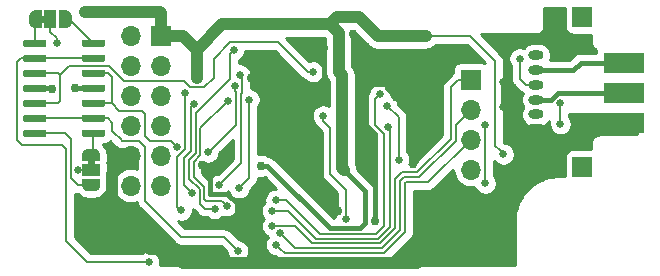
<source format=gbl>
G04 #@! TF.GenerationSoftware,KiCad,Pcbnew,(5.1.4)-1*
G04 #@! TF.CreationDate,2020-02-28T17:04:00+00:00*
G04 #@! TF.ProjectId,analog,616e616c-6f67-42e6-9b69-6361645f7063,rev?*
G04 #@! TF.SameCoordinates,Original*
G04 #@! TF.FileFunction,Copper,L2,Bot*
G04 #@! TF.FilePolarity,Positive*
%FSLAX46Y46*%
G04 Gerber Fmt 4.6, Leading zero omitted, Abs format (unit mm)*
G04 Created by KiCad (PCBNEW (5.1.4)-1) date 2020-02-28 17:04:00*
%MOMM*%
%LPD*%
G04 APERTURE LIST*
%ADD10C,0.100000*%
%ADD11O,1.700000X1.700000*%
%ADD12R,1.700000X1.700000*%
%ADD13C,0.600000*%
%ADD14C,0.500000*%
%ADD15R,1.000000X1.500000*%
%ADD16R,1.500000X1.000000*%
%ADD17R,3.500000X1.750000*%
%ADD18O,1.300000X0.800000*%
%ADD19C,0.800000*%
%ADD20C,0.762000*%
%ADD21C,0.660400*%
%ADD22C,0.761000*%
%ADD23C,0.381000*%
%ADD24C,1.016000*%
%ADD25C,0.762000*%
%ADD26C,0.203200*%
%ADD27C,0.254000*%
G04 APERTURE END LIST*
D10*
G36*
X30132000Y-33284440D02*
G01*
X30632000Y-33284440D01*
X30632000Y-32684440D01*
X30132000Y-32684440D01*
X30132000Y-33284440D01*
G37*
G36*
X34176240Y-44865720D02*
G01*
X34176240Y-45365720D01*
X34776240Y-45365720D01*
X34776240Y-44865720D01*
X34176240Y-44865720D01*
G37*
D11*
X66617400Y-45730160D03*
X66617400Y-43190160D03*
X66617400Y-40650160D03*
D12*
X66617400Y-38110160D03*
X76040800Y-45500960D03*
D10*
G36*
X35505983Y-34734942D02*
G01*
X35520544Y-34737102D01*
X35534823Y-34740679D01*
X35548683Y-34745638D01*
X35561990Y-34751932D01*
X35574616Y-34759500D01*
X35586439Y-34768268D01*
X35597346Y-34778154D01*
X35607232Y-34789061D01*
X35616000Y-34800884D01*
X35623568Y-34813510D01*
X35629862Y-34826817D01*
X35634821Y-34840677D01*
X35638398Y-34854956D01*
X35640558Y-34869517D01*
X35641280Y-34884220D01*
X35641280Y-35184220D01*
X35640558Y-35198923D01*
X35638398Y-35213484D01*
X35634821Y-35227763D01*
X35629862Y-35241623D01*
X35623568Y-35254930D01*
X35616000Y-35267556D01*
X35607232Y-35279379D01*
X35597346Y-35290286D01*
X35586439Y-35300172D01*
X35574616Y-35308940D01*
X35561990Y-35316508D01*
X35548683Y-35322802D01*
X35534823Y-35327761D01*
X35520544Y-35331338D01*
X35505983Y-35333498D01*
X35491280Y-35334220D01*
X33841280Y-35334220D01*
X33826577Y-35333498D01*
X33812016Y-35331338D01*
X33797737Y-35327761D01*
X33783877Y-35322802D01*
X33770570Y-35316508D01*
X33757944Y-35308940D01*
X33746121Y-35300172D01*
X33735214Y-35290286D01*
X33725328Y-35279379D01*
X33716560Y-35267556D01*
X33708992Y-35254930D01*
X33702698Y-35241623D01*
X33697739Y-35227763D01*
X33694162Y-35213484D01*
X33692002Y-35198923D01*
X33691280Y-35184220D01*
X33691280Y-34884220D01*
X33692002Y-34869517D01*
X33694162Y-34854956D01*
X33697739Y-34840677D01*
X33702698Y-34826817D01*
X33708992Y-34813510D01*
X33716560Y-34800884D01*
X33725328Y-34789061D01*
X33735214Y-34778154D01*
X33746121Y-34768268D01*
X33757944Y-34759500D01*
X33770570Y-34751932D01*
X33783877Y-34745638D01*
X33797737Y-34740679D01*
X33812016Y-34737102D01*
X33826577Y-34734942D01*
X33841280Y-34734220D01*
X35491280Y-34734220D01*
X35505983Y-34734942D01*
X35505983Y-34734942D01*
G37*
D13*
X34666280Y-35034220D03*
D10*
G36*
X35505983Y-36004942D02*
G01*
X35520544Y-36007102D01*
X35534823Y-36010679D01*
X35548683Y-36015638D01*
X35561990Y-36021932D01*
X35574616Y-36029500D01*
X35586439Y-36038268D01*
X35597346Y-36048154D01*
X35607232Y-36059061D01*
X35616000Y-36070884D01*
X35623568Y-36083510D01*
X35629862Y-36096817D01*
X35634821Y-36110677D01*
X35638398Y-36124956D01*
X35640558Y-36139517D01*
X35641280Y-36154220D01*
X35641280Y-36454220D01*
X35640558Y-36468923D01*
X35638398Y-36483484D01*
X35634821Y-36497763D01*
X35629862Y-36511623D01*
X35623568Y-36524930D01*
X35616000Y-36537556D01*
X35607232Y-36549379D01*
X35597346Y-36560286D01*
X35586439Y-36570172D01*
X35574616Y-36578940D01*
X35561990Y-36586508D01*
X35548683Y-36592802D01*
X35534823Y-36597761D01*
X35520544Y-36601338D01*
X35505983Y-36603498D01*
X35491280Y-36604220D01*
X33841280Y-36604220D01*
X33826577Y-36603498D01*
X33812016Y-36601338D01*
X33797737Y-36597761D01*
X33783877Y-36592802D01*
X33770570Y-36586508D01*
X33757944Y-36578940D01*
X33746121Y-36570172D01*
X33735214Y-36560286D01*
X33725328Y-36549379D01*
X33716560Y-36537556D01*
X33708992Y-36524930D01*
X33702698Y-36511623D01*
X33697739Y-36497763D01*
X33694162Y-36483484D01*
X33692002Y-36468923D01*
X33691280Y-36454220D01*
X33691280Y-36154220D01*
X33692002Y-36139517D01*
X33694162Y-36124956D01*
X33697739Y-36110677D01*
X33702698Y-36096817D01*
X33708992Y-36083510D01*
X33716560Y-36070884D01*
X33725328Y-36059061D01*
X33735214Y-36048154D01*
X33746121Y-36038268D01*
X33757944Y-36029500D01*
X33770570Y-36021932D01*
X33783877Y-36015638D01*
X33797737Y-36010679D01*
X33812016Y-36007102D01*
X33826577Y-36004942D01*
X33841280Y-36004220D01*
X35491280Y-36004220D01*
X35505983Y-36004942D01*
X35505983Y-36004942D01*
G37*
D13*
X34666280Y-36304220D03*
D10*
G36*
X35505983Y-37274942D02*
G01*
X35520544Y-37277102D01*
X35534823Y-37280679D01*
X35548683Y-37285638D01*
X35561990Y-37291932D01*
X35574616Y-37299500D01*
X35586439Y-37308268D01*
X35597346Y-37318154D01*
X35607232Y-37329061D01*
X35616000Y-37340884D01*
X35623568Y-37353510D01*
X35629862Y-37366817D01*
X35634821Y-37380677D01*
X35638398Y-37394956D01*
X35640558Y-37409517D01*
X35641280Y-37424220D01*
X35641280Y-37724220D01*
X35640558Y-37738923D01*
X35638398Y-37753484D01*
X35634821Y-37767763D01*
X35629862Y-37781623D01*
X35623568Y-37794930D01*
X35616000Y-37807556D01*
X35607232Y-37819379D01*
X35597346Y-37830286D01*
X35586439Y-37840172D01*
X35574616Y-37848940D01*
X35561990Y-37856508D01*
X35548683Y-37862802D01*
X35534823Y-37867761D01*
X35520544Y-37871338D01*
X35505983Y-37873498D01*
X35491280Y-37874220D01*
X33841280Y-37874220D01*
X33826577Y-37873498D01*
X33812016Y-37871338D01*
X33797737Y-37867761D01*
X33783877Y-37862802D01*
X33770570Y-37856508D01*
X33757944Y-37848940D01*
X33746121Y-37840172D01*
X33735214Y-37830286D01*
X33725328Y-37819379D01*
X33716560Y-37807556D01*
X33708992Y-37794930D01*
X33702698Y-37781623D01*
X33697739Y-37767763D01*
X33694162Y-37753484D01*
X33692002Y-37738923D01*
X33691280Y-37724220D01*
X33691280Y-37424220D01*
X33692002Y-37409517D01*
X33694162Y-37394956D01*
X33697739Y-37380677D01*
X33702698Y-37366817D01*
X33708992Y-37353510D01*
X33716560Y-37340884D01*
X33725328Y-37329061D01*
X33735214Y-37318154D01*
X33746121Y-37308268D01*
X33757944Y-37299500D01*
X33770570Y-37291932D01*
X33783877Y-37285638D01*
X33797737Y-37280679D01*
X33812016Y-37277102D01*
X33826577Y-37274942D01*
X33841280Y-37274220D01*
X35491280Y-37274220D01*
X35505983Y-37274942D01*
X35505983Y-37274942D01*
G37*
D13*
X34666280Y-37574220D03*
D10*
G36*
X35505983Y-38544942D02*
G01*
X35520544Y-38547102D01*
X35534823Y-38550679D01*
X35548683Y-38555638D01*
X35561990Y-38561932D01*
X35574616Y-38569500D01*
X35586439Y-38578268D01*
X35597346Y-38588154D01*
X35607232Y-38599061D01*
X35616000Y-38610884D01*
X35623568Y-38623510D01*
X35629862Y-38636817D01*
X35634821Y-38650677D01*
X35638398Y-38664956D01*
X35640558Y-38679517D01*
X35641280Y-38694220D01*
X35641280Y-38994220D01*
X35640558Y-39008923D01*
X35638398Y-39023484D01*
X35634821Y-39037763D01*
X35629862Y-39051623D01*
X35623568Y-39064930D01*
X35616000Y-39077556D01*
X35607232Y-39089379D01*
X35597346Y-39100286D01*
X35586439Y-39110172D01*
X35574616Y-39118940D01*
X35561990Y-39126508D01*
X35548683Y-39132802D01*
X35534823Y-39137761D01*
X35520544Y-39141338D01*
X35505983Y-39143498D01*
X35491280Y-39144220D01*
X33841280Y-39144220D01*
X33826577Y-39143498D01*
X33812016Y-39141338D01*
X33797737Y-39137761D01*
X33783877Y-39132802D01*
X33770570Y-39126508D01*
X33757944Y-39118940D01*
X33746121Y-39110172D01*
X33735214Y-39100286D01*
X33725328Y-39089379D01*
X33716560Y-39077556D01*
X33708992Y-39064930D01*
X33702698Y-39051623D01*
X33697739Y-39037763D01*
X33694162Y-39023484D01*
X33692002Y-39008923D01*
X33691280Y-38994220D01*
X33691280Y-38694220D01*
X33692002Y-38679517D01*
X33694162Y-38664956D01*
X33697739Y-38650677D01*
X33702698Y-38636817D01*
X33708992Y-38623510D01*
X33716560Y-38610884D01*
X33725328Y-38599061D01*
X33735214Y-38588154D01*
X33746121Y-38578268D01*
X33757944Y-38569500D01*
X33770570Y-38561932D01*
X33783877Y-38555638D01*
X33797737Y-38550679D01*
X33812016Y-38547102D01*
X33826577Y-38544942D01*
X33841280Y-38544220D01*
X35491280Y-38544220D01*
X35505983Y-38544942D01*
X35505983Y-38544942D01*
G37*
D13*
X34666280Y-38844220D03*
D10*
G36*
X35505983Y-39814942D02*
G01*
X35520544Y-39817102D01*
X35534823Y-39820679D01*
X35548683Y-39825638D01*
X35561990Y-39831932D01*
X35574616Y-39839500D01*
X35586439Y-39848268D01*
X35597346Y-39858154D01*
X35607232Y-39869061D01*
X35616000Y-39880884D01*
X35623568Y-39893510D01*
X35629862Y-39906817D01*
X35634821Y-39920677D01*
X35638398Y-39934956D01*
X35640558Y-39949517D01*
X35641280Y-39964220D01*
X35641280Y-40264220D01*
X35640558Y-40278923D01*
X35638398Y-40293484D01*
X35634821Y-40307763D01*
X35629862Y-40321623D01*
X35623568Y-40334930D01*
X35616000Y-40347556D01*
X35607232Y-40359379D01*
X35597346Y-40370286D01*
X35586439Y-40380172D01*
X35574616Y-40388940D01*
X35561990Y-40396508D01*
X35548683Y-40402802D01*
X35534823Y-40407761D01*
X35520544Y-40411338D01*
X35505983Y-40413498D01*
X35491280Y-40414220D01*
X33841280Y-40414220D01*
X33826577Y-40413498D01*
X33812016Y-40411338D01*
X33797737Y-40407761D01*
X33783877Y-40402802D01*
X33770570Y-40396508D01*
X33757944Y-40388940D01*
X33746121Y-40380172D01*
X33735214Y-40370286D01*
X33725328Y-40359379D01*
X33716560Y-40347556D01*
X33708992Y-40334930D01*
X33702698Y-40321623D01*
X33697739Y-40307763D01*
X33694162Y-40293484D01*
X33692002Y-40278923D01*
X33691280Y-40264220D01*
X33691280Y-39964220D01*
X33692002Y-39949517D01*
X33694162Y-39934956D01*
X33697739Y-39920677D01*
X33702698Y-39906817D01*
X33708992Y-39893510D01*
X33716560Y-39880884D01*
X33725328Y-39869061D01*
X33735214Y-39858154D01*
X33746121Y-39848268D01*
X33757944Y-39839500D01*
X33770570Y-39831932D01*
X33783877Y-39825638D01*
X33797737Y-39820679D01*
X33812016Y-39817102D01*
X33826577Y-39814942D01*
X33841280Y-39814220D01*
X35491280Y-39814220D01*
X35505983Y-39814942D01*
X35505983Y-39814942D01*
G37*
D13*
X34666280Y-40114220D03*
D10*
G36*
X35505983Y-41084942D02*
G01*
X35520544Y-41087102D01*
X35534823Y-41090679D01*
X35548683Y-41095638D01*
X35561990Y-41101932D01*
X35574616Y-41109500D01*
X35586439Y-41118268D01*
X35597346Y-41128154D01*
X35607232Y-41139061D01*
X35616000Y-41150884D01*
X35623568Y-41163510D01*
X35629862Y-41176817D01*
X35634821Y-41190677D01*
X35638398Y-41204956D01*
X35640558Y-41219517D01*
X35641280Y-41234220D01*
X35641280Y-41534220D01*
X35640558Y-41548923D01*
X35638398Y-41563484D01*
X35634821Y-41577763D01*
X35629862Y-41591623D01*
X35623568Y-41604930D01*
X35616000Y-41617556D01*
X35607232Y-41629379D01*
X35597346Y-41640286D01*
X35586439Y-41650172D01*
X35574616Y-41658940D01*
X35561990Y-41666508D01*
X35548683Y-41672802D01*
X35534823Y-41677761D01*
X35520544Y-41681338D01*
X35505983Y-41683498D01*
X35491280Y-41684220D01*
X33841280Y-41684220D01*
X33826577Y-41683498D01*
X33812016Y-41681338D01*
X33797737Y-41677761D01*
X33783877Y-41672802D01*
X33770570Y-41666508D01*
X33757944Y-41658940D01*
X33746121Y-41650172D01*
X33735214Y-41640286D01*
X33725328Y-41629379D01*
X33716560Y-41617556D01*
X33708992Y-41604930D01*
X33702698Y-41591623D01*
X33697739Y-41577763D01*
X33694162Y-41563484D01*
X33692002Y-41548923D01*
X33691280Y-41534220D01*
X33691280Y-41234220D01*
X33692002Y-41219517D01*
X33694162Y-41204956D01*
X33697739Y-41190677D01*
X33702698Y-41176817D01*
X33708992Y-41163510D01*
X33716560Y-41150884D01*
X33725328Y-41139061D01*
X33735214Y-41128154D01*
X33746121Y-41118268D01*
X33757944Y-41109500D01*
X33770570Y-41101932D01*
X33783877Y-41095638D01*
X33797737Y-41090679D01*
X33812016Y-41087102D01*
X33826577Y-41084942D01*
X33841280Y-41084220D01*
X35491280Y-41084220D01*
X35505983Y-41084942D01*
X35505983Y-41084942D01*
G37*
D13*
X34666280Y-41384220D03*
D10*
G36*
X35505983Y-42354942D02*
G01*
X35520544Y-42357102D01*
X35534823Y-42360679D01*
X35548683Y-42365638D01*
X35561990Y-42371932D01*
X35574616Y-42379500D01*
X35586439Y-42388268D01*
X35597346Y-42398154D01*
X35607232Y-42409061D01*
X35616000Y-42420884D01*
X35623568Y-42433510D01*
X35629862Y-42446817D01*
X35634821Y-42460677D01*
X35638398Y-42474956D01*
X35640558Y-42489517D01*
X35641280Y-42504220D01*
X35641280Y-42804220D01*
X35640558Y-42818923D01*
X35638398Y-42833484D01*
X35634821Y-42847763D01*
X35629862Y-42861623D01*
X35623568Y-42874930D01*
X35616000Y-42887556D01*
X35607232Y-42899379D01*
X35597346Y-42910286D01*
X35586439Y-42920172D01*
X35574616Y-42928940D01*
X35561990Y-42936508D01*
X35548683Y-42942802D01*
X35534823Y-42947761D01*
X35520544Y-42951338D01*
X35505983Y-42953498D01*
X35491280Y-42954220D01*
X33841280Y-42954220D01*
X33826577Y-42953498D01*
X33812016Y-42951338D01*
X33797737Y-42947761D01*
X33783877Y-42942802D01*
X33770570Y-42936508D01*
X33757944Y-42928940D01*
X33746121Y-42920172D01*
X33735214Y-42910286D01*
X33725328Y-42899379D01*
X33716560Y-42887556D01*
X33708992Y-42874930D01*
X33702698Y-42861623D01*
X33697739Y-42847763D01*
X33694162Y-42833484D01*
X33692002Y-42818923D01*
X33691280Y-42804220D01*
X33691280Y-42504220D01*
X33692002Y-42489517D01*
X33694162Y-42474956D01*
X33697739Y-42460677D01*
X33702698Y-42446817D01*
X33708992Y-42433510D01*
X33716560Y-42420884D01*
X33725328Y-42409061D01*
X33735214Y-42398154D01*
X33746121Y-42388268D01*
X33757944Y-42379500D01*
X33770570Y-42371932D01*
X33783877Y-42365638D01*
X33797737Y-42360679D01*
X33812016Y-42357102D01*
X33826577Y-42354942D01*
X33841280Y-42354220D01*
X35491280Y-42354220D01*
X35505983Y-42354942D01*
X35505983Y-42354942D01*
G37*
D13*
X34666280Y-42654220D03*
D10*
G36*
X30555983Y-42354942D02*
G01*
X30570544Y-42357102D01*
X30584823Y-42360679D01*
X30598683Y-42365638D01*
X30611990Y-42371932D01*
X30624616Y-42379500D01*
X30636439Y-42388268D01*
X30647346Y-42398154D01*
X30657232Y-42409061D01*
X30666000Y-42420884D01*
X30673568Y-42433510D01*
X30679862Y-42446817D01*
X30684821Y-42460677D01*
X30688398Y-42474956D01*
X30690558Y-42489517D01*
X30691280Y-42504220D01*
X30691280Y-42804220D01*
X30690558Y-42818923D01*
X30688398Y-42833484D01*
X30684821Y-42847763D01*
X30679862Y-42861623D01*
X30673568Y-42874930D01*
X30666000Y-42887556D01*
X30657232Y-42899379D01*
X30647346Y-42910286D01*
X30636439Y-42920172D01*
X30624616Y-42928940D01*
X30611990Y-42936508D01*
X30598683Y-42942802D01*
X30584823Y-42947761D01*
X30570544Y-42951338D01*
X30555983Y-42953498D01*
X30541280Y-42954220D01*
X28891280Y-42954220D01*
X28876577Y-42953498D01*
X28862016Y-42951338D01*
X28847737Y-42947761D01*
X28833877Y-42942802D01*
X28820570Y-42936508D01*
X28807944Y-42928940D01*
X28796121Y-42920172D01*
X28785214Y-42910286D01*
X28775328Y-42899379D01*
X28766560Y-42887556D01*
X28758992Y-42874930D01*
X28752698Y-42861623D01*
X28747739Y-42847763D01*
X28744162Y-42833484D01*
X28742002Y-42818923D01*
X28741280Y-42804220D01*
X28741280Y-42504220D01*
X28742002Y-42489517D01*
X28744162Y-42474956D01*
X28747739Y-42460677D01*
X28752698Y-42446817D01*
X28758992Y-42433510D01*
X28766560Y-42420884D01*
X28775328Y-42409061D01*
X28785214Y-42398154D01*
X28796121Y-42388268D01*
X28807944Y-42379500D01*
X28820570Y-42371932D01*
X28833877Y-42365638D01*
X28847737Y-42360679D01*
X28862016Y-42357102D01*
X28876577Y-42354942D01*
X28891280Y-42354220D01*
X30541280Y-42354220D01*
X30555983Y-42354942D01*
X30555983Y-42354942D01*
G37*
D13*
X29716280Y-42654220D03*
D10*
G36*
X30555983Y-41084942D02*
G01*
X30570544Y-41087102D01*
X30584823Y-41090679D01*
X30598683Y-41095638D01*
X30611990Y-41101932D01*
X30624616Y-41109500D01*
X30636439Y-41118268D01*
X30647346Y-41128154D01*
X30657232Y-41139061D01*
X30666000Y-41150884D01*
X30673568Y-41163510D01*
X30679862Y-41176817D01*
X30684821Y-41190677D01*
X30688398Y-41204956D01*
X30690558Y-41219517D01*
X30691280Y-41234220D01*
X30691280Y-41534220D01*
X30690558Y-41548923D01*
X30688398Y-41563484D01*
X30684821Y-41577763D01*
X30679862Y-41591623D01*
X30673568Y-41604930D01*
X30666000Y-41617556D01*
X30657232Y-41629379D01*
X30647346Y-41640286D01*
X30636439Y-41650172D01*
X30624616Y-41658940D01*
X30611990Y-41666508D01*
X30598683Y-41672802D01*
X30584823Y-41677761D01*
X30570544Y-41681338D01*
X30555983Y-41683498D01*
X30541280Y-41684220D01*
X28891280Y-41684220D01*
X28876577Y-41683498D01*
X28862016Y-41681338D01*
X28847737Y-41677761D01*
X28833877Y-41672802D01*
X28820570Y-41666508D01*
X28807944Y-41658940D01*
X28796121Y-41650172D01*
X28785214Y-41640286D01*
X28775328Y-41629379D01*
X28766560Y-41617556D01*
X28758992Y-41604930D01*
X28752698Y-41591623D01*
X28747739Y-41577763D01*
X28744162Y-41563484D01*
X28742002Y-41548923D01*
X28741280Y-41534220D01*
X28741280Y-41234220D01*
X28742002Y-41219517D01*
X28744162Y-41204956D01*
X28747739Y-41190677D01*
X28752698Y-41176817D01*
X28758992Y-41163510D01*
X28766560Y-41150884D01*
X28775328Y-41139061D01*
X28785214Y-41128154D01*
X28796121Y-41118268D01*
X28807944Y-41109500D01*
X28820570Y-41101932D01*
X28833877Y-41095638D01*
X28847737Y-41090679D01*
X28862016Y-41087102D01*
X28876577Y-41084942D01*
X28891280Y-41084220D01*
X30541280Y-41084220D01*
X30555983Y-41084942D01*
X30555983Y-41084942D01*
G37*
D13*
X29716280Y-41384220D03*
D10*
G36*
X30555983Y-39814942D02*
G01*
X30570544Y-39817102D01*
X30584823Y-39820679D01*
X30598683Y-39825638D01*
X30611990Y-39831932D01*
X30624616Y-39839500D01*
X30636439Y-39848268D01*
X30647346Y-39858154D01*
X30657232Y-39869061D01*
X30666000Y-39880884D01*
X30673568Y-39893510D01*
X30679862Y-39906817D01*
X30684821Y-39920677D01*
X30688398Y-39934956D01*
X30690558Y-39949517D01*
X30691280Y-39964220D01*
X30691280Y-40264220D01*
X30690558Y-40278923D01*
X30688398Y-40293484D01*
X30684821Y-40307763D01*
X30679862Y-40321623D01*
X30673568Y-40334930D01*
X30666000Y-40347556D01*
X30657232Y-40359379D01*
X30647346Y-40370286D01*
X30636439Y-40380172D01*
X30624616Y-40388940D01*
X30611990Y-40396508D01*
X30598683Y-40402802D01*
X30584823Y-40407761D01*
X30570544Y-40411338D01*
X30555983Y-40413498D01*
X30541280Y-40414220D01*
X28891280Y-40414220D01*
X28876577Y-40413498D01*
X28862016Y-40411338D01*
X28847737Y-40407761D01*
X28833877Y-40402802D01*
X28820570Y-40396508D01*
X28807944Y-40388940D01*
X28796121Y-40380172D01*
X28785214Y-40370286D01*
X28775328Y-40359379D01*
X28766560Y-40347556D01*
X28758992Y-40334930D01*
X28752698Y-40321623D01*
X28747739Y-40307763D01*
X28744162Y-40293484D01*
X28742002Y-40278923D01*
X28741280Y-40264220D01*
X28741280Y-39964220D01*
X28742002Y-39949517D01*
X28744162Y-39934956D01*
X28747739Y-39920677D01*
X28752698Y-39906817D01*
X28758992Y-39893510D01*
X28766560Y-39880884D01*
X28775328Y-39869061D01*
X28785214Y-39858154D01*
X28796121Y-39848268D01*
X28807944Y-39839500D01*
X28820570Y-39831932D01*
X28833877Y-39825638D01*
X28847737Y-39820679D01*
X28862016Y-39817102D01*
X28876577Y-39814942D01*
X28891280Y-39814220D01*
X30541280Y-39814220D01*
X30555983Y-39814942D01*
X30555983Y-39814942D01*
G37*
D13*
X29716280Y-40114220D03*
D10*
G36*
X30555983Y-38544942D02*
G01*
X30570544Y-38547102D01*
X30584823Y-38550679D01*
X30598683Y-38555638D01*
X30611990Y-38561932D01*
X30624616Y-38569500D01*
X30636439Y-38578268D01*
X30647346Y-38588154D01*
X30657232Y-38599061D01*
X30666000Y-38610884D01*
X30673568Y-38623510D01*
X30679862Y-38636817D01*
X30684821Y-38650677D01*
X30688398Y-38664956D01*
X30690558Y-38679517D01*
X30691280Y-38694220D01*
X30691280Y-38994220D01*
X30690558Y-39008923D01*
X30688398Y-39023484D01*
X30684821Y-39037763D01*
X30679862Y-39051623D01*
X30673568Y-39064930D01*
X30666000Y-39077556D01*
X30657232Y-39089379D01*
X30647346Y-39100286D01*
X30636439Y-39110172D01*
X30624616Y-39118940D01*
X30611990Y-39126508D01*
X30598683Y-39132802D01*
X30584823Y-39137761D01*
X30570544Y-39141338D01*
X30555983Y-39143498D01*
X30541280Y-39144220D01*
X28891280Y-39144220D01*
X28876577Y-39143498D01*
X28862016Y-39141338D01*
X28847737Y-39137761D01*
X28833877Y-39132802D01*
X28820570Y-39126508D01*
X28807944Y-39118940D01*
X28796121Y-39110172D01*
X28785214Y-39100286D01*
X28775328Y-39089379D01*
X28766560Y-39077556D01*
X28758992Y-39064930D01*
X28752698Y-39051623D01*
X28747739Y-39037763D01*
X28744162Y-39023484D01*
X28742002Y-39008923D01*
X28741280Y-38994220D01*
X28741280Y-38694220D01*
X28742002Y-38679517D01*
X28744162Y-38664956D01*
X28747739Y-38650677D01*
X28752698Y-38636817D01*
X28758992Y-38623510D01*
X28766560Y-38610884D01*
X28775328Y-38599061D01*
X28785214Y-38588154D01*
X28796121Y-38578268D01*
X28807944Y-38569500D01*
X28820570Y-38561932D01*
X28833877Y-38555638D01*
X28847737Y-38550679D01*
X28862016Y-38547102D01*
X28876577Y-38544942D01*
X28891280Y-38544220D01*
X30541280Y-38544220D01*
X30555983Y-38544942D01*
X30555983Y-38544942D01*
G37*
D13*
X29716280Y-38844220D03*
D10*
G36*
X30555983Y-37274942D02*
G01*
X30570544Y-37277102D01*
X30584823Y-37280679D01*
X30598683Y-37285638D01*
X30611990Y-37291932D01*
X30624616Y-37299500D01*
X30636439Y-37308268D01*
X30647346Y-37318154D01*
X30657232Y-37329061D01*
X30666000Y-37340884D01*
X30673568Y-37353510D01*
X30679862Y-37366817D01*
X30684821Y-37380677D01*
X30688398Y-37394956D01*
X30690558Y-37409517D01*
X30691280Y-37424220D01*
X30691280Y-37724220D01*
X30690558Y-37738923D01*
X30688398Y-37753484D01*
X30684821Y-37767763D01*
X30679862Y-37781623D01*
X30673568Y-37794930D01*
X30666000Y-37807556D01*
X30657232Y-37819379D01*
X30647346Y-37830286D01*
X30636439Y-37840172D01*
X30624616Y-37848940D01*
X30611990Y-37856508D01*
X30598683Y-37862802D01*
X30584823Y-37867761D01*
X30570544Y-37871338D01*
X30555983Y-37873498D01*
X30541280Y-37874220D01*
X28891280Y-37874220D01*
X28876577Y-37873498D01*
X28862016Y-37871338D01*
X28847737Y-37867761D01*
X28833877Y-37862802D01*
X28820570Y-37856508D01*
X28807944Y-37848940D01*
X28796121Y-37840172D01*
X28785214Y-37830286D01*
X28775328Y-37819379D01*
X28766560Y-37807556D01*
X28758992Y-37794930D01*
X28752698Y-37781623D01*
X28747739Y-37767763D01*
X28744162Y-37753484D01*
X28742002Y-37738923D01*
X28741280Y-37724220D01*
X28741280Y-37424220D01*
X28742002Y-37409517D01*
X28744162Y-37394956D01*
X28747739Y-37380677D01*
X28752698Y-37366817D01*
X28758992Y-37353510D01*
X28766560Y-37340884D01*
X28775328Y-37329061D01*
X28785214Y-37318154D01*
X28796121Y-37308268D01*
X28807944Y-37299500D01*
X28820570Y-37291932D01*
X28833877Y-37285638D01*
X28847737Y-37280679D01*
X28862016Y-37277102D01*
X28876577Y-37274942D01*
X28891280Y-37274220D01*
X30541280Y-37274220D01*
X30555983Y-37274942D01*
X30555983Y-37274942D01*
G37*
D13*
X29716280Y-37574220D03*
D10*
G36*
X30555983Y-36004942D02*
G01*
X30570544Y-36007102D01*
X30584823Y-36010679D01*
X30598683Y-36015638D01*
X30611990Y-36021932D01*
X30624616Y-36029500D01*
X30636439Y-36038268D01*
X30647346Y-36048154D01*
X30657232Y-36059061D01*
X30666000Y-36070884D01*
X30673568Y-36083510D01*
X30679862Y-36096817D01*
X30684821Y-36110677D01*
X30688398Y-36124956D01*
X30690558Y-36139517D01*
X30691280Y-36154220D01*
X30691280Y-36454220D01*
X30690558Y-36468923D01*
X30688398Y-36483484D01*
X30684821Y-36497763D01*
X30679862Y-36511623D01*
X30673568Y-36524930D01*
X30666000Y-36537556D01*
X30657232Y-36549379D01*
X30647346Y-36560286D01*
X30636439Y-36570172D01*
X30624616Y-36578940D01*
X30611990Y-36586508D01*
X30598683Y-36592802D01*
X30584823Y-36597761D01*
X30570544Y-36601338D01*
X30555983Y-36603498D01*
X30541280Y-36604220D01*
X28891280Y-36604220D01*
X28876577Y-36603498D01*
X28862016Y-36601338D01*
X28847737Y-36597761D01*
X28833877Y-36592802D01*
X28820570Y-36586508D01*
X28807944Y-36578940D01*
X28796121Y-36570172D01*
X28785214Y-36560286D01*
X28775328Y-36549379D01*
X28766560Y-36537556D01*
X28758992Y-36524930D01*
X28752698Y-36511623D01*
X28747739Y-36497763D01*
X28744162Y-36483484D01*
X28742002Y-36468923D01*
X28741280Y-36454220D01*
X28741280Y-36154220D01*
X28742002Y-36139517D01*
X28744162Y-36124956D01*
X28747739Y-36110677D01*
X28752698Y-36096817D01*
X28758992Y-36083510D01*
X28766560Y-36070884D01*
X28775328Y-36059061D01*
X28785214Y-36048154D01*
X28796121Y-36038268D01*
X28807944Y-36029500D01*
X28820570Y-36021932D01*
X28833877Y-36015638D01*
X28847737Y-36010679D01*
X28862016Y-36007102D01*
X28876577Y-36004942D01*
X28891280Y-36004220D01*
X30541280Y-36004220D01*
X30555983Y-36004942D01*
X30555983Y-36004942D01*
G37*
D13*
X29716280Y-36304220D03*
D10*
G36*
X30555983Y-34734942D02*
G01*
X30570544Y-34737102D01*
X30584823Y-34740679D01*
X30598683Y-34745638D01*
X30611990Y-34751932D01*
X30624616Y-34759500D01*
X30636439Y-34768268D01*
X30647346Y-34778154D01*
X30657232Y-34789061D01*
X30666000Y-34800884D01*
X30673568Y-34813510D01*
X30679862Y-34826817D01*
X30684821Y-34840677D01*
X30688398Y-34854956D01*
X30690558Y-34869517D01*
X30691280Y-34884220D01*
X30691280Y-35184220D01*
X30690558Y-35198923D01*
X30688398Y-35213484D01*
X30684821Y-35227763D01*
X30679862Y-35241623D01*
X30673568Y-35254930D01*
X30666000Y-35267556D01*
X30657232Y-35279379D01*
X30647346Y-35290286D01*
X30636439Y-35300172D01*
X30624616Y-35308940D01*
X30611990Y-35316508D01*
X30598683Y-35322802D01*
X30584823Y-35327761D01*
X30570544Y-35331338D01*
X30555983Y-35333498D01*
X30541280Y-35334220D01*
X28891280Y-35334220D01*
X28876577Y-35333498D01*
X28862016Y-35331338D01*
X28847737Y-35327761D01*
X28833877Y-35322802D01*
X28820570Y-35316508D01*
X28807944Y-35308940D01*
X28796121Y-35300172D01*
X28785214Y-35290286D01*
X28775328Y-35279379D01*
X28766560Y-35267556D01*
X28758992Y-35254930D01*
X28752698Y-35241623D01*
X28747739Y-35227763D01*
X28744162Y-35213484D01*
X28742002Y-35198923D01*
X28741280Y-35184220D01*
X28741280Y-34884220D01*
X28742002Y-34869517D01*
X28744162Y-34854956D01*
X28747739Y-34840677D01*
X28752698Y-34826817D01*
X28758992Y-34813510D01*
X28766560Y-34800884D01*
X28775328Y-34789061D01*
X28785214Y-34778154D01*
X28796121Y-34768268D01*
X28807944Y-34759500D01*
X28820570Y-34751932D01*
X28833877Y-34745638D01*
X28847737Y-34740679D01*
X28862016Y-34737102D01*
X28876577Y-34734942D01*
X28891280Y-34734220D01*
X30541280Y-34734220D01*
X30555983Y-34734942D01*
X30555983Y-34734942D01*
G37*
D13*
X29716280Y-35034220D03*
D12*
X40353800Y-34376360D03*
D11*
X37813800Y-34376360D03*
X40353800Y-36916360D03*
X37813800Y-36916360D03*
X40353800Y-39456360D03*
X37813800Y-39456360D03*
X40353800Y-41996360D03*
X37813800Y-41996360D03*
X40353800Y-44536360D03*
X37813800Y-44536360D03*
X40353800Y-47076360D03*
X37813800Y-47076360D03*
D14*
X29732000Y-32984440D03*
D10*
G36*
X30282000Y-33734440D02*
G01*
X29732000Y-33734440D01*
X29732000Y-33733838D01*
X29707466Y-33733838D01*
X29658635Y-33729028D01*
X29610510Y-33719456D01*
X29563555Y-33705212D01*
X29518222Y-33686435D01*
X29474949Y-33663304D01*
X29434150Y-33636044D01*
X29396221Y-33604916D01*
X29361524Y-33570219D01*
X29330396Y-33532290D01*
X29303136Y-33491491D01*
X29280005Y-33448218D01*
X29261228Y-33402885D01*
X29246984Y-33355930D01*
X29237412Y-33307805D01*
X29232602Y-33258974D01*
X29232602Y-33234440D01*
X29232000Y-33234440D01*
X29232000Y-32734440D01*
X29232602Y-32734440D01*
X29232602Y-32709906D01*
X29237412Y-32661075D01*
X29246984Y-32612950D01*
X29261228Y-32565995D01*
X29280005Y-32520662D01*
X29303136Y-32477389D01*
X29330396Y-32436590D01*
X29361524Y-32398661D01*
X29396221Y-32363964D01*
X29434150Y-32332836D01*
X29474949Y-32305576D01*
X29518222Y-32282445D01*
X29563555Y-32263668D01*
X29610510Y-32249424D01*
X29658635Y-32239852D01*
X29707466Y-32235042D01*
X29732000Y-32235042D01*
X29732000Y-32234440D01*
X30282000Y-32234440D01*
X30282000Y-33734440D01*
X30282000Y-33734440D01*
G37*
D15*
X31032000Y-32984440D03*
D14*
X32332000Y-32984440D03*
D10*
G36*
X32332000Y-32235042D02*
G01*
X32356534Y-32235042D01*
X32405365Y-32239852D01*
X32453490Y-32249424D01*
X32500445Y-32263668D01*
X32545778Y-32282445D01*
X32589051Y-32305576D01*
X32629850Y-32332836D01*
X32667779Y-32363964D01*
X32702476Y-32398661D01*
X32733604Y-32436590D01*
X32760864Y-32477389D01*
X32783995Y-32520662D01*
X32802772Y-32565995D01*
X32817016Y-32612950D01*
X32826588Y-32661075D01*
X32831398Y-32709906D01*
X32831398Y-32734440D01*
X32832000Y-32734440D01*
X32832000Y-33234440D01*
X32831398Y-33234440D01*
X32831398Y-33258974D01*
X32826588Y-33307805D01*
X32817016Y-33355930D01*
X32802772Y-33402885D01*
X32783995Y-33448218D01*
X32760864Y-33491491D01*
X32733604Y-33532290D01*
X32702476Y-33570219D01*
X32667779Y-33604916D01*
X32629850Y-33636044D01*
X32589051Y-33663304D01*
X32545778Y-33686435D01*
X32500445Y-33705212D01*
X32453490Y-33719456D01*
X32405365Y-33729028D01*
X32356534Y-33733838D01*
X32332000Y-33733838D01*
X32332000Y-33734440D01*
X31782000Y-33734440D01*
X31782000Y-32234440D01*
X32332000Y-32234440D01*
X32332000Y-32235042D01*
X32332000Y-32235042D01*
G37*
D14*
X34476240Y-47065720D03*
D10*
G36*
X35225638Y-47065720D02*
G01*
X35225638Y-47090254D01*
X35220828Y-47139085D01*
X35211256Y-47187210D01*
X35197012Y-47234165D01*
X35178235Y-47279498D01*
X35155104Y-47322771D01*
X35127844Y-47363570D01*
X35096716Y-47401499D01*
X35062019Y-47436196D01*
X35024090Y-47467324D01*
X34983291Y-47494584D01*
X34940018Y-47517715D01*
X34894685Y-47536492D01*
X34847730Y-47550736D01*
X34799605Y-47560308D01*
X34750774Y-47565118D01*
X34726240Y-47565118D01*
X34726240Y-47565720D01*
X34226240Y-47565720D01*
X34226240Y-47565118D01*
X34201706Y-47565118D01*
X34152875Y-47560308D01*
X34104750Y-47550736D01*
X34057795Y-47536492D01*
X34012462Y-47517715D01*
X33969189Y-47494584D01*
X33928390Y-47467324D01*
X33890461Y-47436196D01*
X33855764Y-47401499D01*
X33824636Y-47363570D01*
X33797376Y-47322771D01*
X33774245Y-47279498D01*
X33755468Y-47234165D01*
X33741224Y-47187210D01*
X33731652Y-47139085D01*
X33726842Y-47090254D01*
X33726842Y-47065720D01*
X33726240Y-47065720D01*
X33726240Y-46515720D01*
X35226240Y-46515720D01*
X35226240Y-47065720D01*
X35225638Y-47065720D01*
X35225638Y-47065720D01*
G37*
D16*
X34476240Y-45765720D03*
D14*
X34476240Y-44465720D03*
D10*
G36*
X33726240Y-45015720D02*
G01*
X33726240Y-44465720D01*
X33726842Y-44465720D01*
X33726842Y-44441186D01*
X33731652Y-44392355D01*
X33741224Y-44344230D01*
X33755468Y-44297275D01*
X33774245Y-44251942D01*
X33797376Y-44208669D01*
X33824636Y-44167870D01*
X33855764Y-44129941D01*
X33890461Y-44095244D01*
X33928390Y-44064116D01*
X33969189Y-44036856D01*
X34012462Y-44013725D01*
X34057795Y-43994948D01*
X34104750Y-43980704D01*
X34152875Y-43971132D01*
X34201706Y-43966322D01*
X34226240Y-43966322D01*
X34226240Y-43965720D01*
X34726240Y-43965720D01*
X34726240Y-43966322D01*
X34750774Y-43966322D01*
X34799605Y-43971132D01*
X34847730Y-43980704D01*
X34894685Y-43994948D01*
X34940018Y-44013725D01*
X34983291Y-44036856D01*
X35024090Y-44064116D01*
X35062019Y-44095244D01*
X35096716Y-44129941D01*
X35127844Y-44167870D01*
X35155104Y-44208669D01*
X35178235Y-44251942D01*
X35197012Y-44297275D01*
X35211256Y-44344230D01*
X35220828Y-44392355D01*
X35225638Y-44441186D01*
X35225638Y-44465720D01*
X35226240Y-44465720D01*
X35226240Y-45015720D01*
X33726240Y-45015720D01*
X33726240Y-45015720D01*
G37*
D12*
X76040800Y-32801560D03*
D17*
X79577000Y-41740960D03*
X79577000Y-39200960D03*
X79577000Y-36660960D03*
D18*
X72154600Y-36050960D03*
X72154600Y-37300960D03*
X72154600Y-38550960D03*
X72154600Y-39800960D03*
X72154600Y-41050960D03*
D10*
G36*
X72624203Y-41901923D02*
G01*
X72643618Y-41904803D01*
X72662657Y-41909572D01*
X72681137Y-41916184D01*
X72698879Y-41924576D01*
X72715714Y-41934666D01*
X72731479Y-41946358D01*
X72746021Y-41959539D01*
X72759202Y-41974081D01*
X72770894Y-41989846D01*
X72780984Y-42006681D01*
X72789376Y-42024423D01*
X72795988Y-42042903D01*
X72800757Y-42061942D01*
X72803637Y-42081357D01*
X72804600Y-42100960D01*
X72804600Y-42500960D01*
X72803637Y-42520563D01*
X72800757Y-42539978D01*
X72795988Y-42559017D01*
X72789376Y-42577497D01*
X72780984Y-42595239D01*
X72770894Y-42612074D01*
X72759202Y-42627839D01*
X72746021Y-42642381D01*
X72731479Y-42655562D01*
X72715714Y-42667254D01*
X72698879Y-42677344D01*
X72681137Y-42685736D01*
X72662657Y-42692348D01*
X72643618Y-42697117D01*
X72624203Y-42699997D01*
X72604600Y-42700960D01*
X71704600Y-42700960D01*
X71684997Y-42699997D01*
X71665582Y-42697117D01*
X71646543Y-42692348D01*
X71628063Y-42685736D01*
X71610321Y-42677344D01*
X71593486Y-42667254D01*
X71577721Y-42655562D01*
X71563179Y-42642381D01*
X71549998Y-42627839D01*
X71538306Y-42612074D01*
X71528216Y-42595239D01*
X71519824Y-42577497D01*
X71513212Y-42559017D01*
X71508443Y-42539978D01*
X71505563Y-42520563D01*
X71504600Y-42500960D01*
X71504600Y-42100960D01*
X71505563Y-42081357D01*
X71508443Y-42061942D01*
X71513212Y-42042903D01*
X71519824Y-42024423D01*
X71528216Y-42006681D01*
X71538306Y-41989846D01*
X71549998Y-41974081D01*
X71563179Y-41959539D01*
X71577721Y-41946358D01*
X71593486Y-41934666D01*
X71610321Y-41924576D01*
X71628063Y-41916184D01*
X71646543Y-41909572D01*
X71665582Y-41904803D01*
X71684997Y-41901923D01*
X71704600Y-41900960D01*
X72604600Y-41900960D01*
X72624203Y-41901923D01*
X72624203Y-41901923D01*
G37*
D19*
X72154600Y-42300960D03*
D20*
X54180400Y-35408758D03*
X45103600Y-50403760D03*
X58540200Y-50096420D03*
X56626462Y-34209840D03*
X48016990Y-37938823D03*
X58514800Y-53670254D03*
X51910800Y-43850560D03*
X39354200Y-52546360D03*
X55350532Y-49273471D03*
X60269937Y-39578284D03*
D21*
X63810700Y-42076260D03*
D20*
X64012400Y-51684960D03*
D21*
X69386000Y-40387160D03*
X69373300Y-38347760D03*
X63823400Y-37876260D03*
D20*
X31120900Y-38864540D03*
X34331458Y-49131220D03*
X43831060Y-45374560D03*
X62286700Y-48036480D03*
X61754774Y-45272973D03*
D21*
X59530809Y-40319969D03*
X41772377Y-43795964D03*
X60518860Y-44879270D03*
X47040402Y-37709336D03*
X45281433Y-47037002D03*
X70757600Y-36332160D03*
X74212000Y-41869360D03*
X74211998Y-40116760D03*
X53272240Y-37449760D03*
X67849300Y-41920160D03*
X67854380Y-46898560D03*
X46019561Y-39883148D03*
X45942342Y-48803018D03*
X50158200Y-52092860D03*
X49818223Y-50498525D03*
D20*
X55720800Y-39634160D03*
X33978400Y-32420560D03*
X52114000Y-33436560D03*
X43427216Y-37932360D03*
X60447740Y-34432240D03*
X61623760Y-34432240D03*
D22*
X62799780Y-34432240D03*
D20*
X48865340Y-45417740D03*
X55873200Y-45730160D03*
X35959612Y-32420560D03*
X34943602Y-32420560D03*
X33132580Y-38823900D03*
D21*
X69386001Y-44425760D03*
X50496184Y-51133535D03*
X46907000Y-52600860D03*
X46627600Y-38618160D03*
X44367043Y-44277280D03*
X46561560Y-35590480D03*
X44951200Y-49032156D03*
X49787933Y-49222665D03*
X59607004Y-42123360D03*
X50100738Y-48301598D03*
X58895801Y-39367460D03*
X42449300Y-39263320D03*
X42106400Y-49184560D03*
X43147810Y-40172873D03*
X43020800Y-47711360D03*
X39363200Y-53553360D03*
X54116070Y-41168937D03*
X56036342Y-49946495D03*
X47862038Y-39806880D03*
X47026380Y-47289720D03*
X31557780Y-35044380D03*
X33378960Y-45742860D03*
D23*
X61893000Y-51673760D02*
X61881800Y-51684960D01*
X37890000Y-44612560D02*
X37813800Y-44536360D01*
X59497780Y-38468300D02*
X59497780Y-37081158D01*
X59497780Y-37081158D02*
X57007461Y-34590839D01*
X57007461Y-34590839D02*
X56626462Y-34209840D01*
X54180400Y-35408758D02*
X54180400Y-38761560D01*
X54180400Y-38761560D02*
X53094440Y-39847520D01*
X45103600Y-50403760D02*
X46784574Y-50403760D01*
X50134183Y-37938823D02*
X48016990Y-37938823D01*
X51910800Y-43850560D02*
X51910800Y-39715440D01*
X51910800Y-39715440D02*
X50134183Y-37938823D01*
X52042880Y-39847520D02*
X51910800Y-39715440D01*
X53094440Y-39847520D02*
X52042880Y-39847520D01*
D24*
X37813800Y-44536360D02*
X37813800Y-44536362D01*
D23*
X48644306Y-52263492D02*
X48644306Y-53657554D01*
X46784574Y-50403760D02*
X48644306Y-52263492D01*
X51910800Y-45833739D02*
X54969533Y-48892472D01*
X54969533Y-48892472D02*
X55350532Y-49273471D01*
X51910800Y-43850560D02*
X51910800Y-45833739D01*
X59497780Y-38468300D02*
X58164786Y-38468300D01*
X57689299Y-38943787D02*
X57689299Y-41845942D01*
X58540200Y-49557605D02*
X58540200Y-50096420D01*
X58164786Y-38468300D02*
X57689299Y-38943787D01*
X57689299Y-41845942D02*
X58540200Y-42696843D01*
X58540200Y-42696843D02*
X58540200Y-49557605D01*
X60269937Y-39578284D02*
X61754774Y-41063121D01*
X63792826Y-42058386D02*
X63810700Y-42076260D01*
X61754774Y-42058386D02*
X63792826Y-42058386D01*
X61754774Y-41063121D02*
X61754774Y-42058386D01*
X64184000Y-51684960D02*
X64012400Y-51684960D01*
X63473585Y-51684960D02*
X64012400Y-51684960D01*
X61904200Y-51684960D02*
X63473585Y-51684960D01*
X61893000Y-51673760D02*
X61904200Y-51684960D01*
X69386000Y-40387160D02*
X69386000Y-38360460D01*
X69386000Y-38360460D02*
X69373300Y-38347760D01*
X61971961Y-37876260D02*
X60269937Y-39578284D01*
X63823400Y-37876260D02*
X61971961Y-37876260D01*
X59497780Y-38806127D02*
X60269937Y-39578284D01*
X59497780Y-38468300D02*
X59497780Y-38806127D01*
X31100580Y-38844220D02*
X31120900Y-38864540D01*
X29716280Y-38844220D02*
X31100580Y-38844220D01*
X39354200Y-52546360D02*
X35939060Y-49131220D01*
X35939060Y-49131220D02*
X34583255Y-49131220D01*
D24*
X37813800Y-44536360D02*
X36213600Y-46136560D01*
X36213600Y-46136560D02*
X36213600Y-48856680D01*
X35939060Y-49131220D02*
X34331458Y-49131220D01*
X36213600Y-48856680D02*
X35939060Y-49131220D01*
D23*
X44557523Y-47773289D02*
X44557523Y-46101023D01*
X45983986Y-47773289D02*
X44557523Y-47773289D01*
X46784574Y-48573877D02*
X45983986Y-47773289D01*
X46784574Y-50403760D02*
X46784574Y-48573877D01*
X44557523Y-46101023D02*
X43831060Y-45374560D01*
X61905701Y-48417479D02*
X62286700Y-48036480D01*
X61893000Y-48430180D02*
X61905701Y-48417479D01*
X61893000Y-51673760D02*
X61893000Y-48430180D01*
X61754774Y-44734158D02*
X61754774Y-45272973D01*
X61754774Y-42058386D02*
X61754774Y-44734158D01*
X64012400Y-51684960D02*
X67092150Y-48605210D01*
X67092150Y-48605210D02*
X68187350Y-48605210D01*
X70342200Y-40387160D02*
X69386000Y-40387160D01*
X70757600Y-40802560D02*
X70342200Y-40387160D01*
D25*
X39354200Y-52546360D02*
X41099400Y-52546360D01*
X41099400Y-52546360D02*
X42210594Y-53657554D01*
D24*
X48657006Y-53670254D02*
X58514800Y-53670254D01*
X48644306Y-53657554D02*
X48657006Y-53670254D01*
X62027106Y-53670254D02*
X64012400Y-51684960D01*
X58514800Y-53670254D02*
X62027106Y-53670254D01*
X46985794Y-53657554D02*
X42210594Y-53657554D01*
X48644306Y-53657554D02*
X46985794Y-53657554D01*
D23*
X70757600Y-40802560D02*
X70757600Y-41843960D01*
X71214600Y-42300960D02*
X72154600Y-42300960D01*
X70757600Y-41843960D02*
X71214600Y-42300960D01*
X68187350Y-48605210D02*
X68187350Y-48592510D01*
X68187350Y-48592510D02*
X72154600Y-44625260D01*
X72154600Y-44625260D02*
X72154600Y-43456860D01*
X72154600Y-43456860D02*
X72154600Y-42300960D01*
X74161200Y-43456860D02*
X72154600Y-43456860D01*
X75877100Y-41740960D02*
X74161200Y-43456860D01*
X79577000Y-41740960D02*
X75877100Y-41740960D01*
D26*
X36221220Y-40114220D02*
X34666280Y-40114220D01*
X36221220Y-40114220D02*
X36221220Y-37912040D01*
X35883400Y-37574220D02*
X34666280Y-37574220D01*
X36221220Y-37912040D02*
X35883400Y-37574220D01*
X41258013Y-43281600D02*
X41442178Y-43465765D01*
X41442178Y-43465765D02*
X41772377Y-43795964D01*
X36221220Y-40114220D02*
X36858760Y-40751760D01*
X36858760Y-40751760D02*
X38753600Y-40751760D01*
X38753600Y-40751760D02*
X39058400Y-41056560D01*
X39058400Y-41056560D02*
X39058400Y-42885360D01*
X39454640Y-43281600D02*
X41258013Y-43281600D01*
X39058400Y-42885360D02*
X39454640Y-43281600D01*
X60518860Y-44412297D02*
X60518860Y-44879270D01*
X59530809Y-40319969D02*
X60518860Y-41308020D01*
X60518860Y-41308020D02*
X60518860Y-44412297D01*
D23*
X73185600Y-37300960D02*
X72154600Y-37300960D01*
X75275200Y-37300960D02*
X73185600Y-37300960D01*
X75915200Y-36660960D02*
X75275200Y-37300960D01*
X79577000Y-36660960D02*
X75915200Y-36660960D01*
D26*
X47040402Y-37709336D02*
X47262601Y-37931535D01*
X47186400Y-39306095D02*
X47186400Y-45132035D01*
X47262601Y-37931535D02*
X47262601Y-39229894D01*
X47186400Y-45132035D02*
X45611632Y-46706803D01*
X45611632Y-46706803D02*
X45281433Y-47037002D01*
X47262601Y-39229894D02*
X47186400Y-39306095D01*
X70757600Y-36332160D02*
X70757600Y-38051740D01*
X71256820Y-38550960D02*
X72154600Y-38550960D01*
X70757600Y-38051740D02*
X71256820Y-38550960D01*
X74212000Y-40116762D02*
X74211998Y-40116760D01*
X74212000Y-41869360D02*
X74212000Y-40116762D01*
X42870952Y-38745170D02*
X42337542Y-38211760D01*
X44057110Y-38745170D02*
X42870952Y-38745170D01*
X52805267Y-37449760D02*
X50310986Y-34955479D01*
X53272240Y-37449760D02*
X52805267Y-37449760D01*
X50310986Y-34955479D02*
X46256759Y-34955479D01*
X46256759Y-34955479D02*
X44857220Y-36355018D01*
X44857220Y-36355018D02*
X44857220Y-37945060D01*
X44857220Y-37945060D02*
X44057110Y-38745170D01*
X42337542Y-38211760D02*
X37290560Y-38211760D01*
X37290560Y-38211760D02*
X36020560Y-36941760D01*
X36020560Y-36941760D02*
X33462780Y-36941760D01*
X33462780Y-36941760D02*
X33460240Y-36944300D01*
X29716280Y-40114220D02*
X31644140Y-40114220D01*
X31806701Y-39951659D02*
X31806701Y-37708841D01*
X31644140Y-40114220D02*
X31806701Y-39951659D01*
X31672080Y-37574220D02*
X29716280Y-37574220D01*
X31806701Y-37708841D02*
X31672080Y-37574220D01*
X32573782Y-36941760D02*
X31806701Y-37708841D01*
X33462780Y-36941760D02*
X32573782Y-36941760D01*
X67849300Y-41920160D02*
X67849300Y-46893480D01*
X67849300Y-46893480D02*
X67854380Y-46898560D01*
D23*
X73372100Y-39800960D02*
X72154600Y-39800960D01*
X73972100Y-39200960D02*
X73372100Y-39800960D01*
X79577000Y-39200960D02*
X73972100Y-39200960D01*
D26*
X45612143Y-48472819D02*
X45942342Y-48803018D01*
X45485144Y-48345820D02*
X45612143Y-48472819D01*
X44172731Y-48345820D02*
X45485144Y-48345820D01*
X43732016Y-44458618D02*
X43145259Y-45045375D01*
X43732016Y-42170693D02*
X43732016Y-44458618D01*
X44062212Y-48235301D02*
X44172731Y-48345820D01*
X44062212Y-47238219D02*
X44062212Y-48235301D01*
X43145259Y-45045375D02*
X43145259Y-46321266D01*
X46019561Y-39883148D02*
X43732016Y-42170693D01*
X43145259Y-46321266D02*
X44062212Y-47238219D01*
X63035966Y-46771594D02*
X61138890Y-46771594D01*
X61054844Y-51016160D02*
X59279644Y-52791360D01*
X66617400Y-43190160D02*
X63035966Y-46771594D01*
X61054844Y-46855640D02*
X61054844Y-51016160D01*
X50856700Y-52791360D02*
X50488399Y-52423059D01*
X61138890Y-46771594D02*
X61054844Y-46855640D01*
X59279644Y-52791360D02*
X50856700Y-52791360D01*
X50488399Y-52423059D02*
X50158200Y-52092860D01*
X51726993Y-50498525D02*
X50285196Y-50498525D01*
X58942964Y-51978538D02*
X53207006Y-51978538D01*
X64941000Y-43101735D02*
X62083960Y-45958775D01*
X65564200Y-38110160D02*
X64941000Y-38733360D01*
X62083960Y-45958775D02*
X60802207Y-45958775D01*
X60802207Y-45958775D02*
X60242022Y-46518960D01*
X60242022Y-46518960D02*
X60242022Y-50679480D01*
X53207006Y-51978538D02*
X51726993Y-50498525D01*
X50285196Y-50498525D02*
X49818223Y-50498525D01*
X60242022Y-50679480D02*
X58942964Y-51978538D01*
X66617400Y-38110160D02*
X65564200Y-38110160D01*
X64941000Y-38733360D02*
X64941000Y-43101735D01*
D24*
X42219800Y-34376360D02*
X43427200Y-35583760D01*
X40353800Y-34376360D02*
X42219800Y-34376360D01*
X43427200Y-35583760D02*
X45574400Y-33436560D01*
X52977600Y-33436560D02*
X54704800Y-33436560D01*
X45574400Y-33436560D02*
X52114000Y-33436560D01*
X52114000Y-33436560D02*
X52977600Y-33436560D01*
X43427200Y-35583760D02*
X43427216Y-35583776D01*
X43427216Y-35583776D02*
X43427216Y-37393545D01*
X43427216Y-37393545D02*
X43427216Y-37932360D01*
X55327102Y-32814258D02*
X54704800Y-33436560D01*
X62799780Y-34432240D02*
X58736800Y-34432240D01*
X58736800Y-34432240D02*
X57118818Y-32814258D01*
X57118818Y-32814258D02*
X55327102Y-32814258D01*
X54704800Y-33436560D02*
X55436320Y-34168080D01*
X55720800Y-37721540D02*
X55436320Y-37437060D01*
X55720800Y-39634160D02*
X55720800Y-37721540D01*
X55436320Y-34168080D02*
X55436320Y-37437060D01*
X55720800Y-39634160D02*
X55720800Y-45577760D01*
X55720800Y-45577760D02*
X55873200Y-45730160D01*
X40353800Y-34376360D02*
X40353800Y-32510360D01*
X40264000Y-32420560D02*
X33978400Y-32420560D01*
X40353800Y-32510360D02*
X40264000Y-32420560D01*
D23*
X57643580Y-50264060D02*
X57643580Y-47500540D01*
X49404155Y-45417740D02*
X54656820Y-50670405D01*
X54656820Y-50670405D02*
X57237235Y-50670405D01*
X56254199Y-46111159D02*
X55873200Y-45730160D01*
X48865340Y-45417740D02*
X49404155Y-45417740D01*
X57643580Y-47500540D02*
X56254199Y-46111159D01*
X57237235Y-50670405D02*
X57643580Y-50264060D01*
X34645960Y-38823900D02*
X34666280Y-38844220D01*
X33132580Y-38823900D02*
X34645960Y-38823900D01*
D26*
X69055802Y-44095561D02*
X69386001Y-44425760D01*
X68682420Y-43722179D02*
X69055802Y-44095561D01*
X68682420Y-36548060D02*
X68682420Y-43722179D01*
X62799780Y-34432240D02*
X66566600Y-34432240D01*
X66566600Y-34432240D02*
X68682420Y-36548060D01*
X62252300Y-46365183D02*
X60970550Y-46365183D01*
X59111304Y-52384949D02*
X51747598Y-52384949D01*
X60648433Y-50847820D02*
X59111304Y-52384949D01*
X60648433Y-46687300D02*
X60648433Y-50847820D01*
X60970550Y-46365183D02*
X60648433Y-46687300D01*
X65347411Y-43270072D02*
X62252300Y-46365183D01*
X66617400Y-40650160D02*
X65347411Y-41920149D01*
X50826383Y-51463734D02*
X50496184Y-51133535D01*
X65347411Y-41920149D02*
X65347411Y-43270072D01*
X51747598Y-52384949D02*
X50826383Y-51463734D01*
X35906260Y-41384220D02*
X34666280Y-41384220D01*
X36272020Y-41749980D02*
X35906260Y-41384220D01*
X36272020Y-42471340D02*
X36272020Y-41749980D01*
X37064500Y-43263820D02*
X36272020Y-42471340D01*
X37064500Y-43279060D02*
X37064500Y-43263820D01*
X45751300Y-51445160D02*
X42093700Y-51445160D01*
X46907000Y-52600860D02*
X45751300Y-51445160D01*
X42093700Y-51445160D02*
X39071100Y-48422560D01*
X39071100Y-48422560D02*
X39071100Y-43837860D01*
X39071100Y-43837860D02*
X38512300Y-43279060D01*
X38512300Y-43279060D02*
X37064500Y-43279060D01*
X33591280Y-41384220D02*
X29716280Y-41384220D01*
X34666280Y-41384220D02*
X33591280Y-41384220D01*
X46729200Y-41915123D02*
X44697242Y-43947081D01*
X44697242Y-43947081D02*
X44367043Y-44277280D01*
X46729200Y-39186733D02*
X46729200Y-41915123D01*
X46627600Y-39085133D02*
X46729200Y-39186733D01*
X46627600Y-38618160D02*
X46627600Y-39085133D01*
X42738848Y-46489606D02*
X43655801Y-47406559D01*
X43655801Y-47406559D02*
X43655801Y-48610134D01*
X43655801Y-48610134D02*
X44077823Y-49032156D01*
X44077823Y-49032156D02*
X44484227Y-49032156D01*
X44484227Y-49032156D02*
X44951200Y-49032156D01*
X42738848Y-44877035D02*
X42738848Y-46489606D01*
X43325605Y-44290278D02*
X42738848Y-44877035D01*
X43325605Y-40934882D02*
X43325605Y-44290278D01*
X46231361Y-38029126D02*
X43325605Y-40934882D01*
X46231361Y-35920679D02*
X46231361Y-38029126D01*
X46561560Y-35590480D02*
X46231361Y-35920679D01*
X59797498Y-50549253D02*
X59797498Y-42313854D01*
X58774624Y-51572127D02*
X59797498Y-50549253D01*
X49787933Y-49222665D02*
X51145878Y-49222665D01*
X51145878Y-49222665D02*
X53495340Y-51572127D01*
X59797498Y-42313854D02*
X59607004Y-42123360D01*
X53495340Y-51572127D02*
X58774624Y-51572127D01*
X58606284Y-51165716D02*
X59276800Y-50495200D01*
X58527480Y-39735781D02*
X58565602Y-39697659D01*
X58527480Y-41983648D02*
X58527480Y-39735781D01*
X53812829Y-51165716D02*
X58606284Y-51165716D01*
X58565602Y-39697659D02*
X58895801Y-39367460D01*
X59276800Y-50495200D02*
X59276800Y-42732968D01*
X50100738Y-48301598D02*
X50948711Y-48301598D01*
X50948711Y-48301598D02*
X53812829Y-51165716D01*
X59276800Y-42732968D02*
X58527480Y-41983648D01*
X42449300Y-39263320D02*
X42449300Y-44017082D01*
X42449300Y-44017082D02*
X41776201Y-44690181D01*
X41776201Y-44690181D02*
X41776201Y-48854361D01*
X41776201Y-48854361D02*
X42106400Y-49184560D01*
X42919194Y-44121939D02*
X42332437Y-44708695D01*
X42332437Y-44708695D02*
X42332437Y-47022997D01*
X42332437Y-47022997D02*
X42690601Y-47381161D01*
X42690601Y-47381161D02*
X43020800Y-47711360D01*
X43147810Y-40172873D02*
X42919194Y-40401489D01*
X42919194Y-40401489D02*
X42919194Y-44121939D01*
X34666280Y-36304220D02*
X29716280Y-36304220D01*
X34143500Y-53553360D02*
X39363200Y-53553360D01*
X28522480Y-36304220D02*
X28189740Y-36636960D01*
X29716280Y-36304220D02*
X28522480Y-36304220D01*
X28189740Y-36636960D02*
X28189740Y-43202860D01*
X28189740Y-43202860D02*
X28601220Y-43614340D01*
X28601220Y-43614340D02*
X31976880Y-43614340D01*
X32337549Y-51747409D02*
X32361690Y-51771550D01*
X32337549Y-43975009D02*
X32337549Y-51747409D01*
X31976880Y-43614340D02*
X32337549Y-43975009D01*
X32361690Y-51771550D02*
X34143500Y-53553360D01*
X56036342Y-47430002D02*
X56036342Y-49946495D01*
X54730200Y-46123860D02*
X56036342Y-47430002D01*
X54730200Y-42224960D02*
X54730200Y-46123860D01*
X54116070Y-41168937D02*
X54116070Y-41610830D01*
X54116070Y-41610830D02*
X54730200Y-42224960D01*
X47862038Y-39806880D02*
X47862038Y-46454062D01*
X47862038Y-46454062D02*
X47356579Y-46959521D01*
X47356579Y-46959521D02*
X47026380Y-47289720D01*
X32616500Y-32984440D02*
X32332000Y-32984440D01*
X34666280Y-35034220D02*
X32616500Y-32984440D01*
X29732000Y-35018500D02*
X29716280Y-35034220D01*
X29732000Y-32984440D02*
X29732000Y-35018500D01*
X34654040Y-42666460D02*
X34666280Y-42654220D01*
X34666280Y-44275680D02*
X34476240Y-44465720D01*
X34666280Y-42654220D02*
X34666280Y-44275680D01*
X34476240Y-47065720D02*
X33345460Y-47065720D01*
X32743959Y-46464219D02*
X32743959Y-43131739D01*
X33345460Y-47065720D02*
X32743959Y-46464219D01*
X32266440Y-42654220D02*
X29716280Y-42654220D01*
X32743959Y-43131739D02*
X32266440Y-42654220D01*
X31032000Y-33937640D02*
X31032000Y-32984440D01*
X31032000Y-34051627D02*
X31032000Y-33937640D01*
X31557780Y-34577407D02*
X31032000Y-34051627D01*
X31557780Y-35044380D02*
X31557780Y-34577407D01*
X34623560Y-45742860D02*
X34654040Y-45773340D01*
X33378960Y-45742860D02*
X34623560Y-45742860D01*
X34453380Y-45742860D02*
X34476240Y-45765720D01*
X33378960Y-45742860D02*
X34453380Y-45742860D01*
D27*
G36*
X74552728Y-33651560D02*
G01*
X74564988Y-33776042D01*
X74601298Y-33895740D01*
X74660263Y-34006054D01*
X74739615Y-34102745D01*
X74836306Y-34182097D01*
X74946620Y-34241062D01*
X75066318Y-34277372D01*
X75190800Y-34289632D01*
X76803601Y-34289632D01*
X76803601Y-34906583D01*
X76800286Y-34940240D01*
X76813512Y-35074523D01*
X76852681Y-35203646D01*
X76916288Y-35322647D01*
X77001889Y-35426951D01*
X77106193Y-35512552D01*
X77225194Y-35576159D01*
X77226911Y-35576680D01*
X77201188Y-35661478D01*
X77188928Y-35785960D01*
X77188928Y-35835460D01*
X75955750Y-35835460D01*
X75915200Y-35831466D01*
X75874649Y-35835460D01*
X75874647Y-35835460D01*
X75753374Y-35847404D01*
X75603041Y-35893007D01*
X75597766Y-35894607D01*
X75454357Y-35971261D01*
X75360158Y-36048568D01*
X75360155Y-36048571D01*
X75328659Y-36074419D01*
X75302810Y-36105916D01*
X74933267Y-36475460D01*
X73351273Y-36475460D01*
X73365441Y-36448953D01*
X73424624Y-36253855D01*
X73444607Y-36050960D01*
X73424624Y-35848065D01*
X73365441Y-35652967D01*
X73269334Y-35473163D01*
X73139996Y-35315564D01*
X72982397Y-35186226D01*
X72802593Y-35090119D01*
X72607495Y-35030936D01*
X72455438Y-35015960D01*
X71853762Y-35015960D01*
X71701705Y-35030936D01*
X71506607Y-35090119D01*
X71326803Y-35186226D01*
X71169204Y-35315564D01*
X71082010Y-35421810D01*
X71039138Y-35404052D01*
X70852664Y-35366960D01*
X70662536Y-35366960D01*
X70476062Y-35404052D01*
X70300406Y-35476811D01*
X70142321Y-35582440D01*
X70007880Y-35716881D01*
X69902251Y-35874966D01*
X69829492Y-36050622D01*
X69792400Y-36237096D01*
X69792400Y-36427224D01*
X69829492Y-36613698D01*
X69902251Y-36789354D01*
X70007880Y-36947439D01*
X70021000Y-36960559D01*
X70021001Y-38015547D01*
X70017436Y-38051740D01*
X70028195Y-38160966D01*
X70031659Y-38196139D01*
X70037579Y-38215654D01*
X70073778Y-38334987D01*
X70142176Y-38462952D01*
X70207111Y-38542075D01*
X70234226Y-38575115D01*
X70262332Y-38598181D01*
X70710379Y-39046228D01*
X70733445Y-39074335D01*
X70845607Y-39166384D01*
X70973571Y-39234782D01*
X71025272Y-39250466D01*
X70943759Y-39402967D01*
X70884576Y-39598065D01*
X70864593Y-39800960D01*
X70884576Y-40003855D01*
X70943759Y-40198953D01*
X71039866Y-40378757D01*
X71078604Y-40425960D01*
X71039866Y-40473163D01*
X70943759Y-40652967D01*
X70884576Y-40848065D01*
X70864593Y-41050960D01*
X70884576Y-41253855D01*
X70943759Y-41448953D01*
X71039866Y-41628757D01*
X71169204Y-41786356D01*
X71326803Y-41915694D01*
X71506607Y-42011801D01*
X71701705Y-42070984D01*
X71853762Y-42085960D01*
X72455438Y-42085960D01*
X72607495Y-42070984D01*
X72802593Y-42011801D01*
X72982397Y-41915694D01*
X73139996Y-41786356D01*
X73269334Y-41628757D01*
X73279552Y-41609640D01*
X73246800Y-41774296D01*
X73246800Y-41964424D01*
X73283892Y-42150898D01*
X73356651Y-42326554D01*
X73462280Y-42484639D01*
X73596721Y-42619080D01*
X73754806Y-42724709D01*
X73930462Y-42797468D01*
X74116936Y-42834560D01*
X74307064Y-42834560D01*
X74493538Y-42797468D01*
X74669194Y-42724709D01*
X74827279Y-42619080D01*
X74961720Y-42484639D01*
X75067349Y-42326554D01*
X75140108Y-42150898D01*
X75177200Y-41964424D01*
X75177200Y-41774296D01*
X75140108Y-41587822D01*
X75067349Y-41412166D01*
X74961720Y-41254081D01*
X74948600Y-41240961D01*
X74948600Y-41000680D01*
X80717001Y-41000680D01*
X80717001Y-42751540D01*
X77522247Y-42751540D01*
X77488600Y-42748226D01*
X77454953Y-42751540D01*
X77354317Y-42761452D01*
X77225194Y-42800621D01*
X77106193Y-42864228D01*
X77001889Y-42949829D01*
X76916288Y-43054133D01*
X76852681Y-43173134D01*
X76813512Y-43302257D01*
X76800286Y-43436540D01*
X76803600Y-43470187D01*
X76803600Y-44012888D01*
X75190800Y-44012888D01*
X75066318Y-44025148D01*
X74946620Y-44061458D01*
X74836306Y-44120423D01*
X74739615Y-44199775D01*
X74660263Y-44296466D01*
X74601298Y-44406780D01*
X74564988Y-44526478D01*
X74552728Y-44650960D01*
X74552728Y-46289760D01*
X74137394Y-46289760D01*
X74066810Y-46289423D01*
X74034205Y-46292463D01*
X74001456Y-46292234D01*
X73991938Y-46293168D01*
X73395320Y-46355874D01*
X73334509Y-46368357D01*
X73273518Y-46379992D01*
X73264362Y-46382756D01*
X72691286Y-46560153D01*
X72634032Y-46584221D01*
X72576488Y-46607470D01*
X72568043Y-46611960D01*
X72040338Y-46897289D01*
X71988881Y-46931997D01*
X71936917Y-46966002D01*
X71929505Y-46972047D01*
X71467271Y-47354441D01*
X71423524Y-47398494D01*
X71379167Y-47441932D01*
X71373070Y-47449302D01*
X70993913Y-47914194D01*
X70959557Y-47965905D01*
X70924480Y-48017133D01*
X70919934Y-48025542D01*
X70919931Y-48025546D01*
X70919931Y-48025547D01*
X70638293Y-48555231D01*
X70614639Y-48612620D01*
X70590176Y-48669696D01*
X70587348Y-48678833D01*
X70413957Y-49253133D01*
X70401900Y-49314026D01*
X70388990Y-49374763D01*
X70387990Y-49384275D01*
X70329450Y-49981316D01*
X70329450Y-49981324D01*
X70326181Y-50014514D01*
X70326182Y-50954346D01*
X70326177Y-50954396D01*
X70326182Y-50992219D01*
X70326182Y-51021608D01*
X70326185Y-51021639D01*
X70326519Y-53808160D01*
X40296627Y-53808160D01*
X40328400Y-53648424D01*
X40328400Y-53458296D01*
X40291308Y-53271822D01*
X40218549Y-53096166D01*
X40112920Y-52938081D01*
X39978479Y-52803640D01*
X39820394Y-52698011D01*
X39644738Y-52625252D01*
X39458264Y-52588160D01*
X39268136Y-52588160D01*
X39081662Y-52625252D01*
X38906006Y-52698011D01*
X38747921Y-52803640D01*
X38734801Y-52816760D01*
X34448610Y-52816760D01*
X33074149Y-51442300D01*
X33074149Y-47753163D01*
X33156759Y-47778223D01*
X33201061Y-47791662D01*
X33345460Y-47805884D01*
X33363902Y-47804068D01*
X33388550Y-47834102D01*
X33457858Y-47903410D01*
X33554549Y-47982762D01*
X33636048Y-48037218D01*
X33746365Y-48096184D01*
X33836921Y-48133693D01*
X33956617Y-48170002D01*
X34052750Y-48189124D01*
X34177231Y-48201384D01*
X34201790Y-48201384D01*
X34226240Y-48203792D01*
X34726240Y-48203792D01*
X34750690Y-48201384D01*
X34775249Y-48201384D01*
X34899730Y-48189124D01*
X34995863Y-48170002D01*
X35115559Y-48133693D01*
X35206115Y-48096184D01*
X35316432Y-48037218D01*
X35397931Y-47982762D01*
X35494622Y-47903410D01*
X35563930Y-47834102D01*
X35643282Y-47737411D01*
X35697738Y-47655912D01*
X35756704Y-47545595D01*
X35794213Y-47455039D01*
X35830522Y-47335343D01*
X35849644Y-47239210D01*
X35861904Y-47114729D01*
X35861904Y-47090170D01*
X35864312Y-47065720D01*
X35864312Y-46515720D01*
X35852052Y-46391238D01*
X35851895Y-46390720D01*
X35852052Y-46390202D01*
X35864312Y-46265720D01*
X35864312Y-45265720D01*
X35852052Y-45141238D01*
X35851895Y-45140720D01*
X35852052Y-45140202D01*
X35864312Y-45015720D01*
X35864312Y-44465720D01*
X35861904Y-44441270D01*
X35861904Y-44416711D01*
X35849644Y-44292230D01*
X35830522Y-44196097D01*
X35794213Y-44076401D01*
X35756704Y-43985845D01*
X35697738Y-43875528D01*
X35643282Y-43794029D01*
X35563930Y-43697338D01*
X35494622Y-43628030D01*
X35451075Y-43592292D01*
X35491280Y-43592292D01*
X35645025Y-43577149D01*
X35792862Y-43532304D01*
X35929109Y-43459478D01*
X36048531Y-43361471D01*
X36080945Y-43321974D01*
X36448884Y-43689914D01*
X36449076Y-43690273D01*
X36541125Y-43802435D01*
X36630189Y-43875528D01*
X36653287Y-43894484D01*
X36781251Y-43962882D01*
X36920101Y-44005002D01*
X37064500Y-44019224D01*
X37100686Y-44015660D01*
X38207191Y-44015660D01*
X38334501Y-44142971D01*
X38334501Y-45682492D01*
X38104911Y-45612847D01*
X37886750Y-45591360D01*
X37740850Y-45591360D01*
X37522689Y-45612847D01*
X37242766Y-45697761D01*
X36984786Y-45835654D01*
X36758666Y-46021226D01*
X36573094Y-46247346D01*
X36435201Y-46505326D01*
X36350287Y-46785249D01*
X36321615Y-47076360D01*
X36350287Y-47367471D01*
X36435201Y-47647394D01*
X36573094Y-47905374D01*
X36758666Y-48131494D01*
X36984786Y-48317066D01*
X37242766Y-48454959D01*
X37522689Y-48539873D01*
X37740850Y-48561360D01*
X37886750Y-48561360D01*
X38104911Y-48539873D01*
X38335598Y-48469895D01*
X38345158Y-48566958D01*
X38387278Y-48705808D01*
X38421022Y-48768938D01*
X38455676Y-48833772D01*
X38524204Y-48917273D01*
X38547725Y-48945934D01*
X38575832Y-48969001D01*
X41547257Y-51940427D01*
X41570325Y-51968535D01*
X41598431Y-51991601D01*
X41598432Y-51991602D01*
X41621065Y-52010176D01*
X41682487Y-52060584D01*
X41810451Y-52128982D01*
X41949301Y-52171102D01*
X42093700Y-52185324D01*
X42129886Y-52181760D01*
X45446191Y-52181760D01*
X45941800Y-52677370D01*
X45941800Y-52695924D01*
X45978892Y-52882398D01*
X46051651Y-53058054D01*
X46157280Y-53216139D01*
X46291721Y-53350580D01*
X46449806Y-53456209D01*
X46625462Y-53528968D01*
X46811936Y-53566060D01*
X47002064Y-53566060D01*
X47188538Y-53528968D01*
X47364194Y-53456209D01*
X47522279Y-53350580D01*
X47656720Y-53216139D01*
X47762349Y-53058054D01*
X47835108Y-52882398D01*
X47872200Y-52695924D01*
X47872200Y-52505796D01*
X47835108Y-52319322D01*
X47762349Y-52143666D01*
X47656720Y-51985581D01*
X47522279Y-51851140D01*
X47364194Y-51745511D01*
X47188538Y-51672752D01*
X47002064Y-51635660D01*
X46983510Y-51635660D01*
X46297745Y-50949896D01*
X46274675Y-50921785D01*
X46162513Y-50829736D01*
X46034549Y-50761338D01*
X45895699Y-50719218D01*
X45787486Y-50708560D01*
X45787483Y-50708560D01*
X45751300Y-50704996D01*
X45715117Y-50708560D01*
X42398810Y-50708560D01*
X41787401Y-50097151D01*
X41824862Y-50112668D01*
X42011336Y-50149760D01*
X42201464Y-50149760D01*
X42387938Y-50112668D01*
X42563594Y-50039909D01*
X42721679Y-49934280D01*
X42856120Y-49799839D01*
X42961749Y-49641754D01*
X43034508Y-49466098D01*
X43071600Y-49279624D01*
X43071600Y-49089496D01*
X43063696Y-49049760D01*
X43097661Y-49091146D01*
X43132427Y-49133509D01*
X43160533Y-49156575D01*
X43531377Y-49527419D01*
X43554448Y-49555531D01*
X43666610Y-49647580D01*
X43794574Y-49715978D01*
X43933424Y-49758098D01*
X44041637Y-49768756D01*
X44041646Y-49768756D01*
X44077822Y-49772319D01*
X44113998Y-49768756D01*
X44322801Y-49768756D01*
X44335921Y-49781876D01*
X44494006Y-49887505D01*
X44669662Y-49960264D01*
X44856136Y-49997356D01*
X45046264Y-49997356D01*
X45232738Y-49960264D01*
X45408394Y-49887505D01*
X45566479Y-49781876D01*
X45629992Y-49718363D01*
X45660804Y-49731126D01*
X45847278Y-49768218D01*
X46037406Y-49768218D01*
X46223880Y-49731126D01*
X46399536Y-49658367D01*
X46557621Y-49552738D01*
X46692062Y-49418297D01*
X46797691Y-49260212D01*
X46870450Y-49084556D01*
X46907542Y-48898082D01*
X46907542Y-48707954D01*
X46870450Y-48521480D01*
X46797691Y-48345824D01*
X46699663Y-48199114D01*
X46744842Y-48217828D01*
X46931316Y-48254920D01*
X47121444Y-48254920D01*
X47307918Y-48217828D01*
X47483574Y-48145069D01*
X47641659Y-48039440D01*
X47776100Y-47904999D01*
X47881729Y-47746914D01*
X47954488Y-47571258D01*
X47991580Y-47384784D01*
X47991580Y-47366229D01*
X48357306Y-47000503D01*
X48385413Y-46977437D01*
X48420459Y-46934734D01*
X48477462Y-46865275D01*
X48495409Y-46831698D01*
X48545860Y-46737311D01*
X48587980Y-46598461D01*
X48598638Y-46490248D01*
X48602202Y-46454062D01*
X48598638Y-46417876D01*
X48598638Y-46400595D01*
X48765273Y-46433740D01*
X48965407Y-46433740D01*
X49161696Y-46394696D01*
X49198453Y-46379471D01*
X50155381Y-47336398D01*
X50005674Y-47336398D01*
X49819200Y-47373490D01*
X49643544Y-47446249D01*
X49485459Y-47551878D01*
X49351018Y-47686319D01*
X49245389Y-47844404D01*
X49172630Y-48020060D01*
X49135538Y-48206534D01*
X49135538Y-48396662D01*
X49154352Y-48491247D01*
X49038213Y-48607386D01*
X48932584Y-48765471D01*
X48859825Y-48941127D01*
X48822733Y-49127601D01*
X48822733Y-49317729D01*
X48859825Y-49504203D01*
X48932584Y-49679859D01*
X49038213Y-49837944D01*
X49076009Y-49875740D01*
X49068503Y-49883246D01*
X48962874Y-50041331D01*
X48890115Y-50216987D01*
X48853023Y-50403461D01*
X48853023Y-50593589D01*
X48890115Y-50780063D01*
X48962874Y-50955719D01*
X49068503Y-51113804D01*
X49202944Y-51248245D01*
X49361029Y-51353874D01*
X49482056Y-51404005D01*
X49408480Y-51477581D01*
X49302851Y-51635666D01*
X49230092Y-51811322D01*
X49193000Y-51997796D01*
X49193000Y-52187924D01*
X49230092Y-52374398D01*
X49302851Y-52550054D01*
X49408480Y-52708139D01*
X49542921Y-52842580D01*
X49701006Y-52948209D01*
X49876662Y-53020968D01*
X50063136Y-53058060D01*
X50081691Y-53058060D01*
X50310254Y-53286623D01*
X50333325Y-53314735D01*
X50445487Y-53406784D01*
X50573451Y-53475182D01*
X50712301Y-53517302D01*
X50820514Y-53527960D01*
X50820523Y-53527960D01*
X50856699Y-53531523D01*
X50892875Y-53527960D01*
X59243461Y-53527960D01*
X59279644Y-53531524D01*
X59315827Y-53527960D01*
X59315830Y-53527960D01*
X59424043Y-53517302D01*
X59562893Y-53475182D01*
X59690857Y-53406784D01*
X59803019Y-53314735D01*
X59826089Y-53286624D01*
X61550113Y-51562601D01*
X61578219Y-51539535D01*
X61610748Y-51499899D01*
X61670268Y-51427373D01*
X61682001Y-51405422D01*
X61738666Y-51299409D01*
X61780786Y-51160559D01*
X61791444Y-51052346D01*
X61795008Y-51016160D01*
X61791444Y-50979974D01*
X61791444Y-47508194D01*
X62999783Y-47508194D01*
X63035966Y-47511758D01*
X63072149Y-47508194D01*
X63072152Y-47508194D01*
X63180365Y-47497536D01*
X63319215Y-47455416D01*
X63447179Y-47387018D01*
X63559341Y-47294969D01*
X63582412Y-47266857D01*
X65125882Y-45723387D01*
X65125215Y-45730160D01*
X65153887Y-46021271D01*
X65238801Y-46301194D01*
X65376694Y-46559174D01*
X65562266Y-46785294D01*
X65788386Y-46970866D01*
X66046366Y-47108759D01*
X66326289Y-47193673D01*
X66544450Y-47215160D01*
X66690350Y-47215160D01*
X66908511Y-47193673D01*
X66929285Y-47187371D01*
X66999031Y-47355754D01*
X67104660Y-47513839D01*
X67239101Y-47648280D01*
X67397186Y-47753909D01*
X67572842Y-47826668D01*
X67759316Y-47863760D01*
X67949444Y-47863760D01*
X68135918Y-47826668D01*
X68311574Y-47753909D01*
X68469659Y-47648280D01*
X68604100Y-47513839D01*
X68709729Y-47355754D01*
X68782488Y-47180098D01*
X68819580Y-46993624D01*
X68819580Y-46803496D01*
X68782488Y-46617022D01*
X68709729Y-46441366D01*
X68604100Y-46283281D01*
X68585900Y-46265081D01*
X68585900Y-44965638D01*
X68636281Y-45041039D01*
X68770722Y-45175480D01*
X68928807Y-45281109D01*
X69104463Y-45353868D01*
X69290937Y-45390960D01*
X69481065Y-45390960D01*
X69667539Y-45353868D01*
X69843195Y-45281109D01*
X70001280Y-45175480D01*
X70135721Y-45041039D01*
X70241350Y-44882954D01*
X70314109Y-44707298D01*
X70351201Y-44520824D01*
X70351201Y-44330696D01*
X70314109Y-44144222D01*
X70241350Y-43968566D01*
X70135721Y-43810481D01*
X70001280Y-43676040D01*
X69843195Y-43570411D01*
X69667539Y-43497652D01*
X69481065Y-43460560D01*
X69462510Y-43460560D01*
X69419020Y-43417070D01*
X69419020Y-36584235D01*
X69422583Y-36548059D01*
X69419020Y-36511883D01*
X69419020Y-36511874D01*
X69408362Y-36403661D01*
X69366242Y-36264811D01*
X69297844Y-36136847D01*
X69205794Y-36024685D01*
X69177688Y-36001619D01*
X67450029Y-34273960D01*
X72120953Y-34273960D01*
X72154600Y-34277274D01*
X72188247Y-34273960D01*
X72288883Y-34264048D01*
X72418006Y-34224879D01*
X72537007Y-34161272D01*
X72641311Y-34075671D01*
X72726912Y-33971367D01*
X72790519Y-33852366D01*
X72829688Y-33723243D01*
X72842914Y-33588960D01*
X72839600Y-33555313D01*
X72839600Y-32013360D01*
X74552728Y-32013360D01*
X74552728Y-33651560D01*
X74552728Y-33651560D01*
G37*
X74552728Y-33651560D02*
X74564988Y-33776042D01*
X74601298Y-33895740D01*
X74660263Y-34006054D01*
X74739615Y-34102745D01*
X74836306Y-34182097D01*
X74946620Y-34241062D01*
X75066318Y-34277372D01*
X75190800Y-34289632D01*
X76803601Y-34289632D01*
X76803601Y-34906583D01*
X76800286Y-34940240D01*
X76813512Y-35074523D01*
X76852681Y-35203646D01*
X76916288Y-35322647D01*
X77001889Y-35426951D01*
X77106193Y-35512552D01*
X77225194Y-35576159D01*
X77226911Y-35576680D01*
X77201188Y-35661478D01*
X77188928Y-35785960D01*
X77188928Y-35835460D01*
X75955750Y-35835460D01*
X75915200Y-35831466D01*
X75874649Y-35835460D01*
X75874647Y-35835460D01*
X75753374Y-35847404D01*
X75603041Y-35893007D01*
X75597766Y-35894607D01*
X75454357Y-35971261D01*
X75360158Y-36048568D01*
X75360155Y-36048571D01*
X75328659Y-36074419D01*
X75302810Y-36105916D01*
X74933267Y-36475460D01*
X73351273Y-36475460D01*
X73365441Y-36448953D01*
X73424624Y-36253855D01*
X73444607Y-36050960D01*
X73424624Y-35848065D01*
X73365441Y-35652967D01*
X73269334Y-35473163D01*
X73139996Y-35315564D01*
X72982397Y-35186226D01*
X72802593Y-35090119D01*
X72607495Y-35030936D01*
X72455438Y-35015960D01*
X71853762Y-35015960D01*
X71701705Y-35030936D01*
X71506607Y-35090119D01*
X71326803Y-35186226D01*
X71169204Y-35315564D01*
X71082010Y-35421810D01*
X71039138Y-35404052D01*
X70852664Y-35366960D01*
X70662536Y-35366960D01*
X70476062Y-35404052D01*
X70300406Y-35476811D01*
X70142321Y-35582440D01*
X70007880Y-35716881D01*
X69902251Y-35874966D01*
X69829492Y-36050622D01*
X69792400Y-36237096D01*
X69792400Y-36427224D01*
X69829492Y-36613698D01*
X69902251Y-36789354D01*
X70007880Y-36947439D01*
X70021000Y-36960559D01*
X70021001Y-38015547D01*
X70017436Y-38051740D01*
X70028195Y-38160966D01*
X70031659Y-38196139D01*
X70037579Y-38215654D01*
X70073778Y-38334987D01*
X70142176Y-38462952D01*
X70207111Y-38542075D01*
X70234226Y-38575115D01*
X70262332Y-38598181D01*
X70710379Y-39046228D01*
X70733445Y-39074335D01*
X70845607Y-39166384D01*
X70973571Y-39234782D01*
X71025272Y-39250466D01*
X70943759Y-39402967D01*
X70884576Y-39598065D01*
X70864593Y-39800960D01*
X70884576Y-40003855D01*
X70943759Y-40198953D01*
X71039866Y-40378757D01*
X71078604Y-40425960D01*
X71039866Y-40473163D01*
X70943759Y-40652967D01*
X70884576Y-40848065D01*
X70864593Y-41050960D01*
X70884576Y-41253855D01*
X70943759Y-41448953D01*
X71039866Y-41628757D01*
X71169204Y-41786356D01*
X71326803Y-41915694D01*
X71506607Y-42011801D01*
X71701705Y-42070984D01*
X71853762Y-42085960D01*
X72455438Y-42085960D01*
X72607495Y-42070984D01*
X72802593Y-42011801D01*
X72982397Y-41915694D01*
X73139996Y-41786356D01*
X73269334Y-41628757D01*
X73279552Y-41609640D01*
X73246800Y-41774296D01*
X73246800Y-41964424D01*
X73283892Y-42150898D01*
X73356651Y-42326554D01*
X73462280Y-42484639D01*
X73596721Y-42619080D01*
X73754806Y-42724709D01*
X73930462Y-42797468D01*
X74116936Y-42834560D01*
X74307064Y-42834560D01*
X74493538Y-42797468D01*
X74669194Y-42724709D01*
X74827279Y-42619080D01*
X74961720Y-42484639D01*
X75067349Y-42326554D01*
X75140108Y-42150898D01*
X75177200Y-41964424D01*
X75177200Y-41774296D01*
X75140108Y-41587822D01*
X75067349Y-41412166D01*
X74961720Y-41254081D01*
X74948600Y-41240961D01*
X74948600Y-41000680D01*
X80717001Y-41000680D01*
X80717001Y-42751540D01*
X77522247Y-42751540D01*
X77488600Y-42748226D01*
X77454953Y-42751540D01*
X77354317Y-42761452D01*
X77225194Y-42800621D01*
X77106193Y-42864228D01*
X77001889Y-42949829D01*
X76916288Y-43054133D01*
X76852681Y-43173134D01*
X76813512Y-43302257D01*
X76800286Y-43436540D01*
X76803600Y-43470187D01*
X76803600Y-44012888D01*
X75190800Y-44012888D01*
X75066318Y-44025148D01*
X74946620Y-44061458D01*
X74836306Y-44120423D01*
X74739615Y-44199775D01*
X74660263Y-44296466D01*
X74601298Y-44406780D01*
X74564988Y-44526478D01*
X74552728Y-44650960D01*
X74552728Y-46289760D01*
X74137394Y-46289760D01*
X74066810Y-46289423D01*
X74034205Y-46292463D01*
X74001456Y-46292234D01*
X73991938Y-46293168D01*
X73395320Y-46355874D01*
X73334509Y-46368357D01*
X73273518Y-46379992D01*
X73264362Y-46382756D01*
X72691286Y-46560153D01*
X72634032Y-46584221D01*
X72576488Y-46607470D01*
X72568043Y-46611960D01*
X72040338Y-46897289D01*
X71988881Y-46931997D01*
X71936917Y-46966002D01*
X71929505Y-46972047D01*
X71467271Y-47354441D01*
X71423524Y-47398494D01*
X71379167Y-47441932D01*
X71373070Y-47449302D01*
X70993913Y-47914194D01*
X70959557Y-47965905D01*
X70924480Y-48017133D01*
X70919934Y-48025542D01*
X70919931Y-48025546D01*
X70919931Y-48025547D01*
X70638293Y-48555231D01*
X70614639Y-48612620D01*
X70590176Y-48669696D01*
X70587348Y-48678833D01*
X70413957Y-49253133D01*
X70401900Y-49314026D01*
X70388990Y-49374763D01*
X70387990Y-49384275D01*
X70329450Y-49981316D01*
X70329450Y-49981324D01*
X70326181Y-50014514D01*
X70326182Y-50954346D01*
X70326177Y-50954396D01*
X70326182Y-50992219D01*
X70326182Y-51021608D01*
X70326185Y-51021639D01*
X70326519Y-53808160D01*
X40296627Y-53808160D01*
X40328400Y-53648424D01*
X40328400Y-53458296D01*
X40291308Y-53271822D01*
X40218549Y-53096166D01*
X40112920Y-52938081D01*
X39978479Y-52803640D01*
X39820394Y-52698011D01*
X39644738Y-52625252D01*
X39458264Y-52588160D01*
X39268136Y-52588160D01*
X39081662Y-52625252D01*
X38906006Y-52698011D01*
X38747921Y-52803640D01*
X38734801Y-52816760D01*
X34448610Y-52816760D01*
X33074149Y-51442300D01*
X33074149Y-47753163D01*
X33156759Y-47778223D01*
X33201061Y-47791662D01*
X33345460Y-47805884D01*
X33363902Y-47804068D01*
X33388550Y-47834102D01*
X33457858Y-47903410D01*
X33554549Y-47982762D01*
X33636048Y-48037218D01*
X33746365Y-48096184D01*
X33836921Y-48133693D01*
X33956617Y-48170002D01*
X34052750Y-48189124D01*
X34177231Y-48201384D01*
X34201790Y-48201384D01*
X34226240Y-48203792D01*
X34726240Y-48203792D01*
X34750690Y-48201384D01*
X34775249Y-48201384D01*
X34899730Y-48189124D01*
X34995863Y-48170002D01*
X35115559Y-48133693D01*
X35206115Y-48096184D01*
X35316432Y-48037218D01*
X35397931Y-47982762D01*
X35494622Y-47903410D01*
X35563930Y-47834102D01*
X35643282Y-47737411D01*
X35697738Y-47655912D01*
X35756704Y-47545595D01*
X35794213Y-47455039D01*
X35830522Y-47335343D01*
X35849644Y-47239210D01*
X35861904Y-47114729D01*
X35861904Y-47090170D01*
X35864312Y-47065720D01*
X35864312Y-46515720D01*
X35852052Y-46391238D01*
X35851895Y-46390720D01*
X35852052Y-46390202D01*
X35864312Y-46265720D01*
X35864312Y-45265720D01*
X35852052Y-45141238D01*
X35851895Y-45140720D01*
X35852052Y-45140202D01*
X35864312Y-45015720D01*
X35864312Y-44465720D01*
X35861904Y-44441270D01*
X35861904Y-44416711D01*
X35849644Y-44292230D01*
X35830522Y-44196097D01*
X35794213Y-44076401D01*
X35756704Y-43985845D01*
X35697738Y-43875528D01*
X35643282Y-43794029D01*
X35563930Y-43697338D01*
X35494622Y-43628030D01*
X35451075Y-43592292D01*
X35491280Y-43592292D01*
X35645025Y-43577149D01*
X35792862Y-43532304D01*
X35929109Y-43459478D01*
X36048531Y-43361471D01*
X36080945Y-43321974D01*
X36448884Y-43689914D01*
X36449076Y-43690273D01*
X36541125Y-43802435D01*
X36630189Y-43875528D01*
X36653287Y-43894484D01*
X36781251Y-43962882D01*
X36920101Y-44005002D01*
X37064500Y-44019224D01*
X37100686Y-44015660D01*
X38207191Y-44015660D01*
X38334501Y-44142971D01*
X38334501Y-45682492D01*
X38104911Y-45612847D01*
X37886750Y-45591360D01*
X37740850Y-45591360D01*
X37522689Y-45612847D01*
X37242766Y-45697761D01*
X36984786Y-45835654D01*
X36758666Y-46021226D01*
X36573094Y-46247346D01*
X36435201Y-46505326D01*
X36350287Y-46785249D01*
X36321615Y-47076360D01*
X36350287Y-47367471D01*
X36435201Y-47647394D01*
X36573094Y-47905374D01*
X36758666Y-48131494D01*
X36984786Y-48317066D01*
X37242766Y-48454959D01*
X37522689Y-48539873D01*
X37740850Y-48561360D01*
X37886750Y-48561360D01*
X38104911Y-48539873D01*
X38335598Y-48469895D01*
X38345158Y-48566958D01*
X38387278Y-48705808D01*
X38421022Y-48768938D01*
X38455676Y-48833772D01*
X38524204Y-48917273D01*
X38547725Y-48945934D01*
X38575832Y-48969001D01*
X41547257Y-51940427D01*
X41570325Y-51968535D01*
X41598431Y-51991601D01*
X41598432Y-51991602D01*
X41621065Y-52010176D01*
X41682487Y-52060584D01*
X41810451Y-52128982D01*
X41949301Y-52171102D01*
X42093700Y-52185324D01*
X42129886Y-52181760D01*
X45446191Y-52181760D01*
X45941800Y-52677370D01*
X45941800Y-52695924D01*
X45978892Y-52882398D01*
X46051651Y-53058054D01*
X46157280Y-53216139D01*
X46291721Y-53350580D01*
X46449806Y-53456209D01*
X46625462Y-53528968D01*
X46811936Y-53566060D01*
X47002064Y-53566060D01*
X47188538Y-53528968D01*
X47364194Y-53456209D01*
X47522279Y-53350580D01*
X47656720Y-53216139D01*
X47762349Y-53058054D01*
X47835108Y-52882398D01*
X47872200Y-52695924D01*
X47872200Y-52505796D01*
X47835108Y-52319322D01*
X47762349Y-52143666D01*
X47656720Y-51985581D01*
X47522279Y-51851140D01*
X47364194Y-51745511D01*
X47188538Y-51672752D01*
X47002064Y-51635660D01*
X46983510Y-51635660D01*
X46297745Y-50949896D01*
X46274675Y-50921785D01*
X46162513Y-50829736D01*
X46034549Y-50761338D01*
X45895699Y-50719218D01*
X45787486Y-50708560D01*
X45787483Y-50708560D01*
X45751300Y-50704996D01*
X45715117Y-50708560D01*
X42398810Y-50708560D01*
X41787401Y-50097151D01*
X41824862Y-50112668D01*
X42011336Y-50149760D01*
X42201464Y-50149760D01*
X42387938Y-50112668D01*
X42563594Y-50039909D01*
X42721679Y-49934280D01*
X42856120Y-49799839D01*
X42961749Y-49641754D01*
X43034508Y-49466098D01*
X43071600Y-49279624D01*
X43071600Y-49089496D01*
X43063696Y-49049760D01*
X43097661Y-49091146D01*
X43132427Y-49133509D01*
X43160533Y-49156575D01*
X43531377Y-49527419D01*
X43554448Y-49555531D01*
X43666610Y-49647580D01*
X43794574Y-49715978D01*
X43933424Y-49758098D01*
X44041637Y-49768756D01*
X44041646Y-49768756D01*
X44077822Y-49772319D01*
X44113998Y-49768756D01*
X44322801Y-49768756D01*
X44335921Y-49781876D01*
X44494006Y-49887505D01*
X44669662Y-49960264D01*
X44856136Y-49997356D01*
X45046264Y-49997356D01*
X45232738Y-49960264D01*
X45408394Y-49887505D01*
X45566479Y-49781876D01*
X45629992Y-49718363D01*
X45660804Y-49731126D01*
X45847278Y-49768218D01*
X46037406Y-49768218D01*
X46223880Y-49731126D01*
X46399536Y-49658367D01*
X46557621Y-49552738D01*
X46692062Y-49418297D01*
X46797691Y-49260212D01*
X46870450Y-49084556D01*
X46907542Y-48898082D01*
X46907542Y-48707954D01*
X46870450Y-48521480D01*
X46797691Y-48345824D01*
X46699663Y-48199114D01*
X46744842Y-48217828D01*
X46931316Y-48254920D01*
X47121444Y-48254920D01*
X47307918Y-48217828D01*
X47483574Y-48145069D01*
X47641659Y-48039440D01*
X47776100Y-47904999D01*
X47881729Y-47746914D01*
X47954488Y-47571258D01*
X47991580Y-47384784D01*
X47991580Y-47366229D01*
X48357306Y-47000503D01*
X48385413Y-46977437D01*
X48420459Y-46934734D01*
X48477462Y-46865275D01*
X48495409Y-46831698D01*
X48545860Y-46737311D01*
X48587980Y-46598461D01*
X48598638Y-46490248D01*
X48602202Y-46454062D01*
X48598638Y-46417876D01*
X48598638Y-46400595D01*
X48765273Y-46433740D01*
X48965407Y-46433740D01*
X49161696Y-46394696D01*
X49198453Y-46379471D01*
X50155381Y-47336398D01*
X50005674Y-47336398D01*
X49819200Y-47373490D01*
X49643544Y-47446249D01*
X49485459Y-47551878D01*
X49351018Y-47686319D01*
X49245389Y-47844404D01*
X49172630Y-48020060D01*
X49135538Y-48206534D01*
X49135538Y-48396662D01*
X49154352Y-48491247D01*
X49038213Y-48607386D01*
X48932584Y-48765471D01*
X48859825Y-48941127D01*
X48822733Y-49127601D01*
X48822733Y-49317729D01*
X48859825Y-49504203D01*
X48932584Y-49679859D01*
X49038213Y-49837944D01*
X49076009Y-49875740D01*
X49068503Y-49883246D01*
X48962874Y-50041331D01*
X48890115Y-50216987D01*
X48853023Y-50403461D01*
X48853023Y-50593589D01*
X48890115Y-50780063D01*
X48962874Y-50955719D01*
X49068503Y-51113804D01*
X49202944Y-51248245D01*
X49361029Y-51353874D01*
X49482056Y-51404005D01*
X49408480Y-51477581D01*
X49302851Y-51635666D01*
X49230092Y-51811322D01*
X49193000Y-51997796D01*
X49193000Y-52187924D01*
X49230092Y-52374398D01*
X49302851Y-52550054D01*
X49408480Y-52708139D01*
X49542921Y-52842580D01*
X49701006Y-52948209D01*
X49876662Y-53020968D01*
X50063136Y-53058060D01*
X50081691Y-53058060D01*
X50310254Y-53286623D01*
X50333325Y-53314735D01*
X50445487Y-53406784D01*
X50573451Y-53475182D01*
X50712301Y-53517302D01*
X50820514Y-53527960D01*
X50820523Y-53527960D01*
X50856699Y-53531523D01*
X50892875Y-53527960D01*
X59243461Y-53527960D01*
X59279644Y-53531524D01*
X59315827Y-53527960D01*
X59315830Y-53527960D01*
X59424043Y-53517302D01*
X59562893Y-53475182D01*
X59690857Y-53406784D01*
X59803019Y-53314735D01*
X59826089Y-53286624D01*
X61550113Y-51562601D01*
X61578219Y-51539535D01*
X61610748Y-51499899D01*
X61670268Y-51427373D01*
X61682001Y-51405422D01*
X61738666Y-51299409D01*
X61780786Y-51160559D01*
X61791444Y-51052346D01*
X61795008Y-51016160D01*
X61791444Y-50979974D01*
X61791444Y-47508194D01*
X62999783Y-47508194D01*
X63035966Y-47511758D01*
X63072149Y-47508194D01*
X63072152Y-47508194D01*
X63180365Y-47497536D01*
X63319215Y-47455416D01*
X63447179Y-47387018D01*
X63559341Y-47294969D01*
X63582412Y-47266857D01*
X65125882Y-45723387D01*
X65125215Y-45730160D01*
X65153887Y-46021271D01*
X65238801Y-46301194D01*
X65376694Y-46559174D01*
X65562266Y-46785294D01*
X65788386Y-46970866D01*
X66046366Y-47108759D01*
X66326289Y-47193673D01*
X66544450Y-47215160D01*
X66690350Y-47215160D01*
X66908511Y-47193673D01*
X66929285Y-47187371D01*
X66999031Y-47355754D01*
X67104660Y-47513839D01*
X67239101Y-47648280D01*
X67397186Y-47753909D01*
X67572842Y-47826668D01*
X67759316Y-47863760D01*
X67949444Y-47863760D01*
X68135918Y-47826668D01*
X68311574Y-47753909D01*
X68469659Y-47648280D01*
X68604100Y-47513839D01*
X68709729Y-47355754D01*
X68782488Y-47180098D01*
X68819580Y-46993624D01*
X68819580Y-46803496D01*
X68782488Y-46617022D01*
X68709729Y-46441366D01*
X68604100Y-46283281D01*
X68585900Y-46265081D01*
X68585900Y-44965638D01*
X68636281Y-45041039D01*
X68770722Y-45175480D01*
X68928807Y-45281109D01*
X69104463Y-45353868D01*
X69290937Y-45390960D01*
X69481065Y-45390960D01*
X69667539Y-45353868D01*
X69843195Y-45281109D01*
X70001280Y-45175480D01*
X70135721Y-45041039D01*
X70241350Y-44882954D01*
X70314109Y-44707298D01*
X70351201Y-44520824D01*
X70351201Y-44330696D01*
X70314109Y-44144222D01*
X70241350Y-43968566D01*
X70135721Y-43810481D01*
X70001280Y-43676040D01*
X69843195Y-43570411D01*
X69667539Y-43497652D01*
X69481065Y-43460560D01*
X69462510Y-43460560D01*
X69419020Y-43417070D01*
X69419020Y-36584235D01*
X69422583Y-36548059D01*
X69419020Y-36511883D01*
X69419020Y-36511874D01*
X69408362Y-36403661D01*
X69366242Y-36264811D01*
X69297844Y-36136847D01*
X69205794Y-36024685D01*
X69177688Y-36001619D01*
X67450029Y-34273960D01*
X72120953Y-34273960D01*
X72154600Y-34277274D01*
X72188247Y-34273960D01*
X72288883Y-34264048D01*
X72418006Y-34224879D01*
X72537007Y-34161272D01*
X72641311Y-34075671D01*
X72726912Y-33971367D01*
X72790519Y-33852366D01*
X72829688Y-33723243D01*
X72842914Y-33588960D01*
X72839600Y-33555313D01*
X72839600Y-32013360D01*
X74552728Y-32013360D01*
X74552728Y-33651560D01*
G36*
X57888877Y-35200763D02*
G01*
X57924667Y-35244373D01*
X58098711Y-35387208D01*
X58297277Y-35493343D01*
X58443703Y-35537761D01*
X58512732Y-35558701D01*
X58535400Y-35560934D01*
X58680654Y-35575240D01*
X58680660Y-35575240D01*
X58736799Y-35580769D01*
X58792938Y-35575240D01*
X62855926Y-35575240D01*
X63023847Y-35558701D01*
X63239303Y-35493343D01*
X63437869Y-35387208D01*
X63611913Y-35244373D01*
X63673902Y-35168840D01*
X66261491Y-35168840D01*
X67824013Y-36731362D01*
X67821894Y-36729623D01*
X67711580Y-36670658D01*
X67591882Y-36634348D01*
X67467400Y-36622088D01*
X65767400Y-36622088D01*
X65642918Y-36634348D01*
X65523220Y-36670658D01*
X65412906Y-36729623D01*
X65316215Y-36808975D01*
X65236863Y-36905666D01*
X65177898Y-37015980D01*
X65141588Y-37135678D01*
X65129328Y-37260160D01*
X65129328Y-37514152D01*
X65091955Y-37544824D01*
X65040825Y-37586785D01*
X65017759Y-37614891D01*
X64445732Y-38186919D01*
X64417625Y-38209986D01*
X64394559Y-38238092D01*
X64394558Y-38238093D01*
X64370251Y-38267711D01*
X64325576Y-38322148D01*
X64257178Y-38450112D01*
X64215058Y-38588962D01*
X64204691Y-38694220D01*
X64200836Y-38733360D01*
X64204400Y-38769543D01*
X64204401Y-42796624D01*
X61778851Y-45222175D01*
X61421549Y-45222175D01*
X61446968Y-45160808D01*
X61484060Y-44974334D01*
X61484060Y-44784206D01*
X61446968Y-44597732D01*
X61374209Y-44422076D01*
X61268580Y-44263991D01*
X61255460Y-44250871D01*
X61255460Y-41344195D01*
X61259023Y-41308019D01*
X61255460Y-41271843D01*
X61255460Y-41271834D01*
X61244802Y-41163621D01*
X61202682Y-41024771D01*
X61134284Y-40896807D01*
X61115304Y-40873680D01*
X61065302Y-40812752D01*
X61065297Y-40812747D01*
X61042234Y-40784645D01*
X61014133Y-40761583D01*
X60496009Y-40243460D01*
X60496009Y-40224905D01*
X60458917Y-40038431D01*
X60386158Y-39862775D01*
X60280529Y-39704690D01*
X60146088Y-39570249D01*
X59988003Y-39464620D01*
X59861001Y-39412014D01*
X59861001Y-39272396D01*
X59823909Y-39085922D01*
X59751150Y-38910266D01*
X59645521Y-38752181D01*
X59511080Y-38617740D01*
X59352995Y-38512111D01*
X59177339Y-38439352D01*
X58990865Y-38402260D01*
X58800737Y-38402260D01*
X58614263Y-38439352D01*
X58438607Y-38512111D01*
X58280522Y-38617740D01*
X58146081Y-38752181D01*
X58040452Y-38910266D01*
X57967693Y-39085922D01*
X57930601Y-39272396D01*
X57930601Y-39301972D01*
X57912056Y-39324569D01*
X57843658Y-39452534D01*
X57830368Y-39496345D01*
X57801882Y-39590253D01*
X57801539Y-39591383D01*
X57787316Y-39735781D01*
X57790881Y-39771974D01*
X57790880Y-41947464D01*
X57787316Y-41983648D01*
X57790880Y-42019831D01*
X57790880Y-42019833D01*
X57801538Y-42128046D01*
X57843658Y-42266896D01*
X57899287Y-42370971D01*
X57912056Y-42394860D01*
X57974822Y-42471340D01*
X58004105Y-42507022D01*
X58032212Y-42530089D01*
X58540201Y-43038079D01*
X58540200Y-50190090D01*
X58472460Y-50257830D01*
X58469080Y-50223510D01*
X58469080Y-47541082D01*
X58473073Y-47500539D01*
X58469080Y-47459996D01*
X58469080Y-47459987D01*
X58457136Y-47338714D01*
X58409933Y-47183106D01*
X58333279Y-47039698D01*
X58333278Y-47039696D01*
X58286594Y-46982812D01*
X58230121Y-46913999D01*
X58198619Y-46888146D01*
X57019664Y-45709192D01*
X56999661Y-45506093D01*
X56934302Y-45290637D01*
X56863800Y-45158736D01*
X56863800Y-37777678D01*
X56869329Y-37721539D01*
X56863800Y-37665400D01*
X56863800Y-37665394D01*
X56847890Y-37503855D01*
X56847261Y-37497472D01*
X56808591Y-37369996D01*
X56781903Y-37282017D01*
X56675768Y-37083451D01*
X56579320Y-36965929D01*
X56579320Y-34224219D01*
X56584849Y-34168080D01*
X56579320Y-34111941D01*
X56579320Y-34111934D01*
X56564086Y-33957258D01*
X56645373Y-33957258D01*
X57888877Y-35200763D01*
X57888877Y-35200763D01*
G37*
X57888877Y-35200763D02*
X57924667Y-35244373D01*
X58098711Y-35387208D01*
X58297277Y-35493343D01*
X58443703Y-35537761D01*
X58512732Y-35558701D01*
X58535400Y-35560934D01*
X58680654Y-35575240D01*
X58680660Y-35575240D01*
X58736799Y-35580769D01*
X58792938Y-35575240D01*
X62855926Y-35575240D01*
X63023847Y-35558701D01*
X63239303Y-35493343D01*
X63437869Y-35387208D01*
X63611913Y-35244373D01*
X63673902Y-35168840D01*
X66261491Y-35168840D01*
X67824013Y-36731362D01*
X67821894Y-36729623D01*
X67711580Y-36670658D01*
X67591882Y-36634348D01*
X67467400Y-36622088D01*
X65767400Y-36622088D01*
X65642918Y-36634348D01*
X65523220Y-36670658D01*
X65412906Y-36729623D01*
X65316215Y-36808975D01*
X65236863Y-36905666D01*
X65177898Y-37015980D01*
X65141588Y-37135678D01*
X65129328Y-37260160D01*
X65129328Y-37514152D01*
X65091955Y-37544824D01*
X65040825Y-37586785D01*
X65017759Y-37614891D01*
X64445732Y-38186919D01*
X64417625Y-38209986D01*
X64394559Y-38238092D01*
X64394558Y-38238093D01*
X64370251Y-38267711D01*
X64325576Y-38322148D01*
X64257178Y-38450112D01*
X64215058Y-38588962D01*
X64204691Y-38694220D01*
X64200836Y-38733360D01*
X64204400Y-38769543D01*
X64204401Y-42796624D01*
X61778851Y-45222175D01*
X61421549Y-45222175D01*
X61446968Y-45160808D01*
X61484060Y-44974334D01*
X61484060Y-44784206D01*
X61446968Y-44597732D01*
X61374209Y-44422076D01*
X61268580Y-44263991D01*
X61255460Y-44250871D01*
X61255460Y-41344195D01*
X61259023Y-41308019D01*
X61255460Y-41271843D01*
X61255460Y-41271834D01*
X61244802Y-41163621D01*
X61202682Y-41024771D01*
X61134284Y-40896807D01*
X61115304Y-40873680D01*
X61065302Y-40812752D01*
X61065297Y-40812747D01*
X61042234Y-40784645D01*
X61014133Y-40761583D01*
X60496009Y-40243460D01*
X60496009Y-40224905D01*
X60458917Y-40038431D01*
X60386158Y-39862775D01*
X60280529Y-39704690D01*
X60146088Y-39570249D01*
X59988003Y-39464620D01*
X59861001Y-39412014D01*
X59861001Y-39272396D01*
X59823909Y-39085922D01*
X59751150Y-38910266D01*
X59645521Y-38752181D01*
X59511080Y-38617740D01*
X59352995Y-38512111D01*
X59177339Y-38439352D01*
X58990865Y-38402260D01*
X58800737Y-38402260D01*
X58614263Y-38439352D01*
X58438607Y-38512111D01*
X58280522Y-38617740D01*
X58146081Y-38752181D01*
X58040452Y-38910266D01*
X57967693Y-39085922D01*
X57930601Y-39272396D01*
X57930601Y-39301972D01*
X57912056Y-39324569D01*
X57843658Y-39452534D01*
X57830368Y-39496345D01*
X57801882Y-39590253D01*
X57801539Y-39591383D01*
X57787316Y-39735781D01*
X57790881Y-39771974D01*
X57790880Y-41947464D01*
X57787316Y-41983648D01*
X57790880Y-42019831D01*
X57790880Y-42019833D01*
X57801538Y-42128046D01*
X57843658Y-42266896D01*
X57899287Y-42370971D01*
X57912056Y-42394860D01*
X57974822Y-42471340D01*
X58004105Y-42507022D01*
X58032212Y-42530089D01*
X58540201Y-43038079D01*
X58540200Y-50190090D01*
X58472460Y-50257830D01*
X58469080Y-50223510D01*
X58469080Y-47541082D01*
X58473073Y-47500539D01*
X58469080Y-47459996D01*
X58469080Y-47459987D01*
X58457136Y-47338714D01*
X58409933Y-47183106D01*
X58333279Y-47039698D01*
X58333278Y-47039696D01*
X58286594Y-46982812D01*
X58230121Y-46913999D01*
X58198619Y-46888146D01*
X57019664Y-45709192D01*
X56999661Y-45506093D01*
X56934302Y-45290637D01*
X56863800Y-45158736D01*
X56863800Y-37777678D01*
X56869329Y-37721539D01*
X56863800Y-37665400D01*
X56863800Y-37665394D01*
X56847890Y-37503855D01*
X56847261Y-37497472D01*
X56808591Y-37369996D01*
X56781903Y-37282017D01*
X56675768Y-37083451D01*
X56579320Y-36965929D01*
X56579320Y-34224219D01*
X56584849Y-34168080D01*
X56579320Y-34111941D01*
X56579320Y-34111934D01*
X56564086Y-33957258D01*
X56645373Y-33957258D01*
X57888877Y-35200763D01*
G36*
X54293320Y-34641525D02*
G01*
X54293321Y-37380912D01*
X54287791Y-37437060D01*
X54309859Y-37661127D01*
X54353321Y-37804400D01*
X54375218Y-37876583D01*
X54481353Y-38075149D01*
X54548581Y-38157066D01*
X54577801Y-38192671D01*
X54577800Y-39578014D01*
X54577800Y-40316619D01*
X54573264Y-40313588D01*
X54397608Y-40240829D01*
X54211134Y-40203737D01*
X54021006Y-40203737D01*
X53834532Y-40240829D01*
X53658876Y-40313588D01*
X53500791Y-40419217D01*
X53366350Y-40553658D01*
X53260721Y-40711743D01*
X53187962Y-40887399D01*
X53150870Y-41073873D01*
X53150870Y-41264001D01*
X53187962Y-41450475D01*
X53260721Y-41626131D01*
X53366350Y-41784216D01*
X53413104Y-41830970D01*
X53432248Y-41894079D01*
X53500646Y-42022043D01*
X53592696Y-42134205D01*
X53620802Y-42157271D01*
X53993600Y-42530070D01*
X53993601Y-46087667D01*
X53990036Y-46123860D01*
X54001291Y-46238127D01*
X54004259Y-46268259D01*
X54010784Y-46289768D01*
X54045452Y-46404052D01*
X54046379Y-46407109D01*
X54049570Y-46413079D01*
X54114776Y-46535072D01*
X54182031Y-46617022D01*
X54206826Y-46647235D01*
X54234932Y-46670301D01*
X55299742Y-47735112D01*
X55299743Y-49318095D01*
X55286622Y-49331216D01*
X55180993Y-49489301D01*
X55108234Y-49664957D01*
X55072440Y-49844905D01*
X54998753Y-49844905D01*
X50016553Y-44862706D01*
X49990696Y-44831199D01*
X49864997Y-44728041D01*
X49721589Y-44651387D01*
X49565981Y-44604184D01*
X49461053Y-44593850D01*
X49346596Y-44517372D01*
X49161696Y-44440784D01*
X48965407Y-44401740D01*
X48765273Y-44401740D01*
X48598638Y-44434885D01*
X48598638Y-40435279D01*
X48611758Y-40422159D01*
X48717387Y-40264074D01*
X48790146Y-40088418D01*
X48827238Y-39901944D01*
X48827238Y-39711816D01*
X48790146Y-39525342D01*
X48717387Y-39349686D01*
X48611758Y-39191601D01*
X48477317Y-39057160D01*
X48319232Y-38951531D01*
X48143576Y-38878772D01*
X47999201Y-38850054D01*
X47999201Y-37967721D01*
X48002765Y-37931535D01*
X47995330Y-37856042D01*
X48005602Y-37804400D01*
X48005602Y-37614272D01*
X47968510Y-37427798D01*
X47895751Y-37252142D01*
X47790122Y-37094057D01*
X47655681Y-36959616D01*
X47497596Y-36853987D01*
X47321940Y-36781228D01*
X47135466Y-36744136D01*
X46967961Y-36744136D01*
X46967961Y-36466868D01*
X47018754Y-36445829D01*
X47176839Y-36340200D01*
X47311280Y-36205759D01*
X47416909Y-36047674D01*
X47489668Y-35872018D01*
X47525460Y-35692079D01*
X50005877Y-35692079D01*
X52258826Y-37945029D01*
X52281892Y-37973135D01*
X52309998Y-37996201D01*
X52309999Y-37996202D01*
X52394053Y-38065184D01*
X52454691Y-38097595D01*
X52522018Y-38133582D01*
X52621128Y-38163647D01*
X52656961Y-38199480D01*
X52815046Y-38305109D01*
X52990702Y-38377868D01*
X53177176Y-38414960D01*
X53367304Y-38414960D01*
X53553778Y-38377868D01*
X53729434Y-38305109D01*
X53887519Y-38199480D01*
X54021960Y-38065039D01*
X54127589Y-37906954D01*
X54200348Y-37731298D01*
X54237440Y-37544824D01*
X54237440Y-37354696D01*
X54200348Y-37168222D01*
X54127589Y-36992566D01*
X54021960Y-36834481D01*
X53887519Y-36700040D01*
X53729434Y-36594411D01*
X53553778Y-36521652D01*
X53367304Y-36484560D01*
X53177176Y-36484560D01*
X52990702Y-36521652D01*
X52939908Y-36542691D01*
X50976776Y-34579560D01*
X54231355Y-34579560D01*
X54293320Y-34641525D01*
X54293320Y-34641525D01*
G37*
X54293320Y-34641525D02*
X54293321Y-37380912D01*
X54287791Y-37437060D01*
X54309859Y-37661127D01*
X54353321Y-37804400D01*
X54375218Y-37876583D01*
X54481353Y-38075149D01*
X54548581Y-38157066D01*
X54577801Y-38192671D01*
X54577800Y-39578014D01*
X54577800Y-40316619D01*
X54573264Y-40313588D01*
X54397608Y-40240829D01*
X54211134Y-40203737D01*
X54021006Y-40203737D01*
X53834532Y-40240829D01*
X53658876Y-40313588D01*
X53500791Y-40419217D01*
X53366350Y-40553658D01*
X53260721Y-40711743D01*
X53187962Y-40887399D01*
X53150870Y-41073873D01*
X53150870Y-41264001D01*
X53187962Y-41450475D01*
X53260721Y-41626131D01*
X53366350Y-41784216D01*
X53413104Y-41830970D01*
X53432248Y-41894079D01*
X53500646Y-42022043D01*
X53592696Y-42134205D01*
X53620802Y-42157271D01*
X53993600Y-42530070D01*
X53993601Y-46087667D01*
X53990036Y-46123860D01*
X54001291Y-46238127D01*
X54004259Y-46268259D01*
X54010784Y-46289768D01*
X54045452Y-46404052D01*
X54046379Y-46407109D01*
X54049570Y-46413079D01*
X54114776Y-46535072D01*
X54182031Y-46617022D01*
X54206826Y-46647235D01*
X54234932Y-46670301D01*
X55299742Y-47735112D01*
X55299743Y-49318095D01*
X55286622Y-49331216D01*
X55180993Y-49489301D01*
X55108234Y-49664957D01*
X55072440Y-49844905D01*
X54998753Y-49844905D01*
X50016553Y-44862706D01*
X49990696Y-44831199D01*
X49864997Y-44728041D01*
X49721589Y-44651387D01*
X49565981Y-44604184D01*
X49461053Y-44593850D01*
X49346596Y-44517372D01*
X49161696Y-44440784D01*
X48965407Y-44401740D01*
X48765273Y-44401740D01*
X48598638Y-44434885D01*
X48598638Y-40435279D01*
X48611758Y-40422159D01*
X48717387Y-40264074D01*
X48790146Y-40088418D01*
X48827238Y-39901944D01*
X48827238Y-39711816D01*
X48790146Y-39525342D01*
X48717387Y-39349686D01*
X48611758Y-39191601D01*
X48477317Y-39057160D01*
X48319232Y-38951531D01*
X48143576Y-38878772D01*
X47999201Y-38850054D01*
X47999201Y-37967721D01*
X48002765Y-37931535D01*
X47995330Y-37856042D01*
X48005602Y-37804400D01*
X48005602Y-37614272D01*
X47968510Y-37427798D01*
X47895751Y-37252142D01*
X47790122Y-37094057D01*
X47655681Y-36959616D01*
X47497596Y-36853987D01*
X47321940Y-36781228D01*
X47135466Y-36744136D01*
X46967961Y-36744136D01*
X46967961Y-36466868D01*
X47018754Y-36445829D01*
X47176839Y-36340200D01*
X47311280Y-36205759D01*
X47416909Y-36047674D01*
X47489668Y-35872018D01*
X47525460Y-35692079D01*
X50005877Y-35692079D01*
X52258826Y-37945029D01*
X52281892Y-37973135D01*
X52309998Y-37996201D01*
X52309999Y-37996202D01*
X52394053Y-38065184D01*
X52454691Y-38097595D01*
X52522018Y-38133582D01*
X52621128Y-38163647D01*
X52656961Y-38199480D01*
X52815046Y-38305109D01*
X52990702Y-38377868D01*
X53177176Y-38414960D01*
X53367304Y-38414960D01*
X53553778Y-38377868D01*
X53729434Y-38305109D01*
X53887519Y-38199480D01*
X54021960Y-38065039D01*
X54127589Y-37906954D01*
X54200348Y-37731298D01*
X54237440Y-37544824D01*
X54237440Y-37354696D01*
X54200348Y-37168222D01*
X54127589Y-36992566D01*
X54021960Y-36834481D01*
X53887519Y-36700040D01*
X53729434Y-36594411D01*
X53553778Y-36521652D01*
X53367304Y-36484560D01*
X53177176Y-36484560D01*
X52990702Y-36521652D01*
X52939908Y-36542691D01*
X50976776Y-34579560D01*
X54231355Y-34579560D01*
X54293320Y-34641525D01*
G36*
X46098272Y-47571258D02*
G01*
X46171031Y-47746914D01*
X46269059Y-47893624D01*
X46223880Y-47874910D01*
X46037406Y-47837818D01*
X46021135Y-47837818D01*
X46008519Y-47822445D01*
X45927489Y-47755945D01*
X46031153Y-47652281D01*
X46095294Y-47556287D01*
X46098272Y-47571258D01*
X46098272Y-47571258D01*
G37*
X46098272Y-47571258D02*
X46171031Y-47746914D01*
X46269059Y-47893624D01*
X46223880Y-47874910D01*
X46037406Y-47837818D01*
X46021135Y-47837818D01*
X46008519Y-47822445D01*
X45927489Y-47755945D01*
X46031153Y-47652281D01*
X46095294Y-47556287D01*
X46098272Y-47571258D01*
G36*
X46449801Y-44826924D02*
G01*
X45204924Y-46071802D01*
X45186369Y-46071802D01*
X44999895Y-46108894D01*
X44824239Y-46181653D01*
X44666154Y-46287282D01*
X44531713Y-46421723D01*
X44433865Y-46568163D01*
X43881859Y-46016157D01*
X43881859Y-45350484D01*
X44044104Y-45188239D01*
X44085505Y-45205388D01*
X44271979Y-45242480D01*
X44462107Y-45242480D01*
X44648581Y-45205388D01*
X44824237Y-45132629D01*
X44982322Y-45027000D01*
X45116763Y-44892559D01*
X45222392Y-44734474D01*
X45295151Y-44558818D01*
X45332243Y-44372344D01*
X45332243Y-44353789D01*
X46449801Y-43236232D01*
X46449801Y-44826924D01*
X46449801Y-44826924D01*
G37*
X46449801Y-44826924D02*
X45204924Y-46071802D01*
X45186369Y-46071802D01*
X44999895Y-46108894D01*
X44824239Y-46181653D01*
X44666154Y-46287282D01*
X44531713Y-46421723D01*
X44433865Y-46568163D01*
X43881859Y-46016157D01*
X43881859Y-45350484D01*
X44044104Y-45188239D01*
X44085505Y-45205388D01*
X44271979Y-45242480D01*
X44462107Y-45242480D01*
X44648581Y-45205388D01*
X44824237Y-45132629D01*
X44982322Y-45027000D01*
X45116763Y-44892559D01*
X45222392Y-44734474D01*
X45295151Y-44558818D01*
X45332243Y-44372344D01*
X45332243Y-44353789D01*
X46449801Y-43236232D01*
X46449801Y-44826924D01*
G36*
X29843280Y-38717220D02*
G01*
X29863280Y-38717220D01*
X29863280Y-38971220D01*
X29843280Y-38971220D01*
X29843280Y-38991220D01*
X29589280Y-38991220D01*
X29589280Y-38971220D01*
X29569280Y-38971220D01*
X29569280Y-38717220D01*
X29589280Y-38717220D01*
X29589280Y-38697220D01*
X29843280Y-38697220D01*
X29843280Y-38717220D01*
X29843280Y-38717220D01*
G37*
X29843280Y-38717220D02*
X29863280Y-38717220D01*
X29863280Y-38971220D01*
X29843280Y-38971220D01*
X29843280Y-38991220D01*
X29589280Y-38991220D01*
X29589280Y-38971220D01*
X29569280Y-38971220D01*
X29569280Y-38717220D01*
X29589280Y-38717220D01*
X29589280Y-38697220D01*
X29843280Y-38697220D01*
X29843280Y-38717220D01*
M02*

</source>
